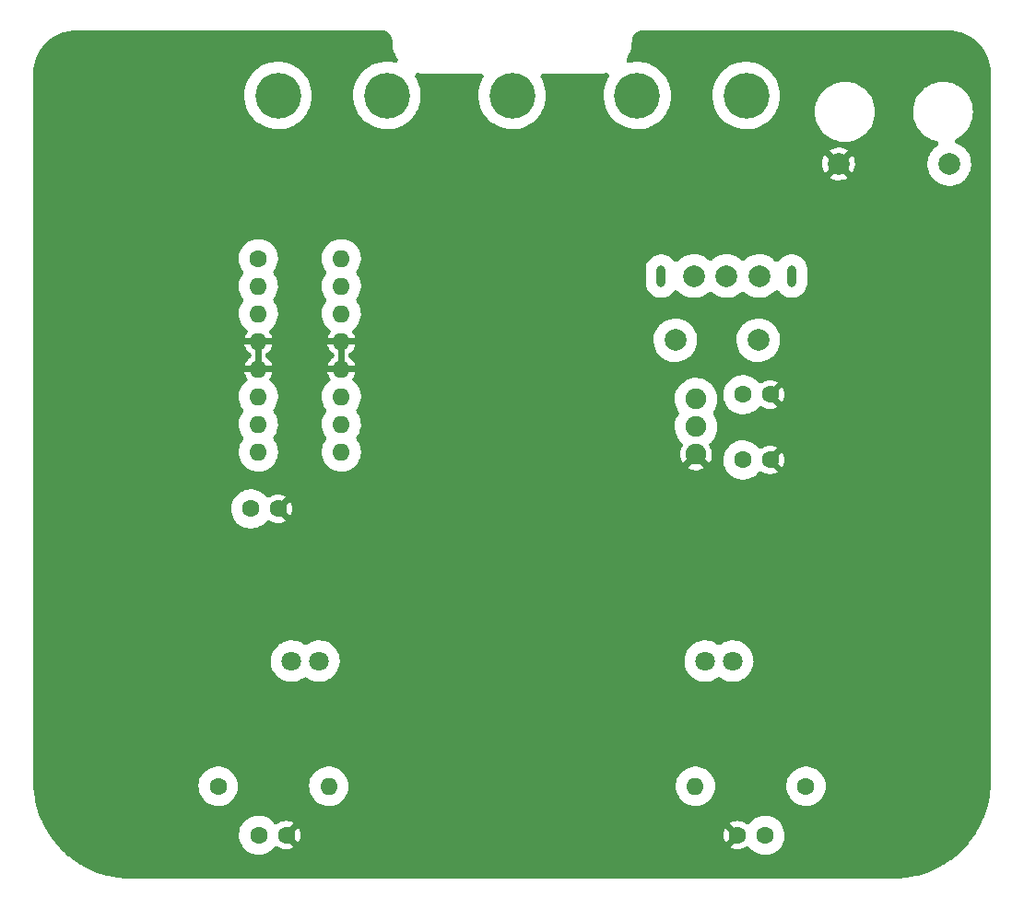
<source format=gbr>
G04 #@! TF.GenerationSoftware,KiCad,Pcbnew,(6.0.11)*
G04 #@! TF.CreationDate,2023-11-04T21:11:21-03:00*
G04 #@! TF.ProjectId,bitmovel,6269746d-6f76-4656-9c2e-6b696361645f,rev?*
G04 #@! TF.SameCoordinates,Original*
G04 #@! TF.FileFunction,Copper,L1,Top*
G04 #@! TF.FilePolarity,Positive*
%FSLAX46Y46*%
G04 Gerber Fmt 4.6, Leading zero omitted, Abs format (unit mm)*
G04 Created by KiCad (PCBNEW (6.0.11)) date 2023-11-04 21:11:21*
%MOMM*%
%LPD*%
G01*
G04 APERTURE LIST*
G04 Aperture macros list*
%AMRoundRect*
0 Rectangle with rounded corners*
0 $1 Rounding radius*
0 $2 $3 $4 $5 $6 $7 $8 $9 X,Y pos of 4 corners*
0 Add a 4 corners polygon primitive as box body*
4,1,4,$2,$3,$4,$5,$6,$7,$8,$9,$2,$3,0*
0 Add four circle primitives for the rounded corners*
1,1,$1+$1,$2,$3*
1,1,$1+$1,$4,$5*
1,1,$1+$1,$6,$7*
1,1,$1+$1,$8,$9*
0 Add four rect primitives between the rounded corners*
20,1,$1+$1,$2,$3,$4,$5,0*
20,1,$1+$1,$4,$5,$6,$7,0*
20,1,$1+$1,$6,$7,$8,$9,0*
20,1,$1+$1,$8,$9,$2,$3,0*%
G04 Aperture macros list end*
G04 #@! TA.AperFunction,ComponentPad*
%ADD10C,1.600000*%
G04 #@! TD*
G04 #@! TA.AperFunction,ComponentPad*
%ADD11O,1.600000X1.600000*%
G04 #@! TD*
G04 #@! TA.AperFunction,ComponentPad*
%ADD12C,4.200000*%
G04 #@! TD*
G04 #@! TA.AperFunction,ComponentPad*
%ADD13C,1.800000*%
G04 #@! TD*
G04 #@! TA.AperFunction,ComponentPad*
%ADD14C,1.905000*%
G04 #@! TD*
G04 #@! TA.AperFunction,WasherPad*
%ADD15RoundRect,0.400000X0.000000X0.600000X0.000000X0.600000X0.000000X-0.600000X0.000000X-0.600000X0*%
G04 #@! TD*
G04 #@! TA.AperFunction,ComponentPad*
%ADD16C,2.000000*%
G04 #@! TD*
G04 APERTURE END LIST*
D10*
G04 #@! TO.P,R1,1*
G04 #@! TO.N,/Vin*
X177000000Y-113500000D03*
D11*
G04 #@! TO.P,R1,2*
G04 #@! TO.N,Net-(D1-Pad2)*
X166840000Y-113500000D03*
G04 #@! TD*
D12*
G04 #@! TO.P,J2,*
G04 #@! TO.N,*
X128500000Y-50000000D03*
X150000000Y-50000000D03*
X171500000Y-50000000D03*
X161500000Y-50000000D03*
X138500000Y-50000000D03*
G04 #@! TD*
D10*
G04 #@! TO.P,U2,1*
G04 #@! TO.N,Net-(J2-Pad3)*
X126700000Y-65000000D03*
D11*
G04 #@! TO.P,U2,2*
G04 #@! TO.N,Net-(J2-Pad2)*
X126700000Y-67540000D03*
G04 #@! TO.P,U2,3*
G04 #@! TO.N,Net-(J3-Pad1)*
X126700000Y-70080000D03*
G04 #@! TO.P,U2,4*
G04 #@! TO.N,GND*
X126700000Y-72620000D03*
G04 #@! TO.P,U2,5*
X126700000Y-75160000D03*
G04 #@! TO.P,U2,6*
G04 #@! TO.N,Net-(J3-Pad2)*
X126700000Y-77700000D03*
G04 #@! TO.P,U2,7*
G04 #@! TO.N,Net-(J2-Pad1)*
X126700000Y-80240000D03*
G04 #@! TO.P,U2,8*
G04 #@! TO.N,/Vin*
X126700000Y-82780000D03*
G04 #@! TO.P,U2,9*
G04 #@! TO.N,Net-(J2-Pad6)*
X134320000Y-82780000D03*
G04 #@! TO.P,U2,10*
G04 #@! TO.N,Net-(J2-Pad5)*
X134320000Y-80240000D03*
G04 #@! TO.P,U2,11*
G04 #@! TO.N,Net-(J4-Pad1)*
X134320000Y-77700000D03*
G04 #@! TO.P,U2,12*
G04 #@! TO.N,GND*
X134320000Y-75160000D03*
G04 #@! TO.P,U2,13*
X134320000Y-72620000D03*
G04 #@! TO.P,U2,14*
G04 #@! TO.N,Net-(J4-Pad2)*
X134320000Y-70080000D03*
G04 #@! TO.P,U2,15*
G04 #@! TO.N,Net-(J2-Pad4)*
X134320000Y-67540000D03*
G04 #@! TO.P,U2,16*
G04 #@! TO.N,/Vin*
X134320000Y-65000000D03*
G04 #@! TD*
D13*
G04 #@! TO.P,REF\u002A\u002A,1*
G04 #@! TO.N,Net-(J3-Pad2)*
X129730000Y-102000000D03*
G04 #@! TO.P,REF\u002A\u002A,2*
G04 #@! TO.N,Net-(J3-Pad1)*
X132270000Y-102000000D03*
G04 #@! TD*
G04 #@! TO.P,REF\u002A\u002A,1*
G04 #@! TO.N,Net-(J4-Pad1)*
X167730000Y-102000000D03*
G04 #@! TO.P,REF\u002A\u002A,2*
G04 #@! TO.N,Net-(J4-Pad2)*
X170270000Y-102000000D03*
G04 #@! TD*
D14*
G04 #@! TO.P,U1,1*
G04 #@! TO.N,GND*
X166900000Y-83000000D03*
G04 #@! TO.P,U1,2*
G04 #@! TO.N,/3.3V*
X166900000Y-80460000D03*
G04 #@! TO.P,U1,3*
G04 #@! TO.N,/Vin*
X166900000Y-77920000D03*
G04 #@! TD*
D15*
G04 #@! TO.P,SW1,*
G04 #@! TO.N,*
X163700000Y-66600000D03*
X175700000Y-66600000D03*
D16*
G04 #@! TO.P,SW1,1*
G04 #@! TO.N,Net-(J1-Pad2)*
X172700000Y-66600000D03*
G04 #@! TO.P,SW1,2*
G04 #@! TO.N,Net-(D3-Pad2)*
X169700000Y-66600000D03*
G04 #@! TO.P,SW1,3*
G04 #@! TO.N,N/C*
X166700000Y-66600000D03*
G04 #@! TD*
G04 #@! TO.P,D3,1*
G04 #@! TO.N,/Vin*
X165000000Y-72500000D03*
G04 #@! TO.P,D3,2*
G04 #@! TO.N,Net-(D3-Pad2)*
X172620000Y-72500000D03*
G04 #@! TD*
D10*
G04 #@! TO.P,C1,1*
G04 #@! TO.N,/Vin*
X171200000Y-77500000D03*
G04 #@! TO.P,C1,2*
G04 #@! TO.N,GND*
X173700000Y-77500000D03*
G04 #@! TD*
G04 #@! TO.P,C2,1*
G04 #@! TO.N,/3.3V*
X171200000Y-83500000D03*
G04 #@! TO.P,C2,2*
G04 #@! TO.N,GND*
X173700000Y-83500000D03*
G04 #@! TD*
G04 #@! TO.P,C3,1*
G04 #@! TO.N,/Vin*
X126000000Y-88000000D03*
G04 #@! TO.P,C3,2*
G04 #@! TO.N,GND*
X128500000Y-88000000D03*
G04 #@! TD*
D16*
G04 #@! TO.P,J1,1*
G04 #@! TO.N,GND*
X180000000Y-56300000D03*
G04 #@! TO.P,J1,2*
G04 #@! TO.N,Net-(J1-Pad2)*
X190160000Y-56300000D03*
G04 #@! TD*
D10*
G04 #@! TO.P,D1,1*
G04 #@! TO.N,GND*
X170700000Y-118000000D03*
G04 #@! TO.P,D1,2*
G04 #@! TO.N,Net-(D1-Pad2)*
X173240000Y-118000000D03*
G04 #@! TD*
G04 #@! TO.P,R2,1*
G04 #@! TO.N,/Vin*
X123000000Y-113500000D03*
D11*
G04 #@! TO.P,R2,2*
G04 #@! TO.N,Net-(D2-Pad2)*
X133160000Y-113500000D03*
G04 #@! TD*
D10*
G04 #@! TO.P,D2,1*
G04 #@! TO.N,GND*
X129250000Y-118000000D03*
G04 #@! TO.P,D2,2*
G04 #@! TO.N,Net-(D2-Pad2)*
X126710000Y-118000000D03*
G04 #@! TD*
G04 #@! TA.AperFunction,Conductor*
G04 #@! TO.N,GND*
G36*
X137957513Y-44002052D02*
G01*
X137973855Y-44003885D01*
X137973856Y-44003885D01*
X137985963Y-44005243D01*
X137998101Y-44004224D01*
X137998108Y-44004224D01*
X137999525Y-44004105D01*
X138042048Y-44004179D01*
X138151866Y-44013787D01*
X138194599Y-44021322D01*
X138320810Y-44055140D01*
X138361594Y-44069984D01*
X138480004Y-44125200D01*
X138517591Y-44146900D01*
X138624620Y-44221843D01*
X138657869Y-44249742D01*
X138750258Y-44342131D01*
X138778157Y-44375380D01*
X138853099Y-44482408D01*
X138874800Y-44519996D01*
X138930015Y-44638404D01*
X138944861Y-44679192D01*
X138978678Y-44805401D01*
X138986214Y-44848144D01*
X138995166Y-44950463D01*
X138996047Y-44974463D01*
X138994757Y-44985963D01*
X138995777Y-44998105D01*
X138995750Y-45000000D01*
X138995382Y-45000000D01*
X138995553Y-45003265D01*
X138995553Y-45003266D01*
X138998131Y-45052452D01*
X139011842Y-45314068D01*
X139061040Y-45624695D01*
X139142438Y-45928478D01*
X139255145Y-46222088D01*
X139397924Y-46502309D01*
X139432281Y-46555214D01*
X139458331Y-46595328D01*
X139494333Y-46685567D01*
X139493061Y-46782713D01*
X139454709Y-46871979D01*
X139385117Y-46939772D01*
X139294878Y-46975774D01*
X139206264Y-46976160D01*
X138867690Y-46916460D01*
X138693247Y-46905485D01*
X138528617Y-46895127D01*
X138528609Y-46895127D01*
X138521680Y-46894691D01*
X138282502Y-46906389D01*
X138182347Y-46911287D01*
X138182344Y-46911287D01*
X138175399Y-46911627D01*
X138001627Y-46939772D01*
X137840040Y-46965943D01*
X137840034Y-46965944D01*
X137833164Y-46967057D01*
X137826456Y-46968930D01*
X137826451Y-46968931D01*
X137716663Y-46999585D01*
X137499241Y-47060290D01*
X137177791Y-47190164D01*
X136872822Y-47355060D01*
X136839762Y-47378037D01*
X136593848Y-47548951D01*
X136593840Y-47548957D01*
X136588134Y-47552923D01*
X136327276Y-47781287D01*
X136093499Y-48037306D01*
X136089417Y-48042924D01*
X136089414Y-48042928D01*
X135989803Y-48180031D01*
X135889717Y-48317787D01*
X135718470Y-48619237D01*
X135662639Y-48749500D01*
X135587237Y-48925428D01*
X135581893Y-48937896D01*
X135579883Y-48944552D01*
X135579882Y-48944556D01*
X135487590Y-49250240D01*
X135481687Y-49269793D01*
X135419102Y-49610792D01*
X135394918Y-49956642D01*
X135395209Y-49963587D01*
X135395209Y-49963594D01*
X135406364Y-50229733D01*
X135409436Y-50303032D01*
X135462475Y-50645646D01*
X135464294Y-50652342D01*
X135464296Y-50652350D01*
X135496880Y-50772278D01*
X135553375Y-50980212D01*
X135555937Y-50986682D01*
X135555939Y-50986689D01*
X135604400Y-51109088D01*
X135681001Y-51302560D01*
X135684265Y-51308699D01*
X135684267Y-51308703D01*
X135840499Y-51602532D01*
X135840505Y-51602542D01*
X135843765Y-51608673D01*
X136039636Y-51894736D01*
X136266173Y-52157182D01*
X136520553Y-52392740D01*
X136621769Y-52467363D01*
X136794001Y-52594344D01*
X136794009Y-52594349D01*
X136799605Y-52598475D01*
X137099852Y-52771823D01*
X137417550Y-52910621D01*
X137748739Y-53013142D01*
X138089293Y-53078106D01*
X138096218Y-53078639D01*
X138096219Y-53078639D01*
X138428036Y-53104171D01*
X138428040Y-53104171D01*
X138434966Y-53104704D01*
X138781449Y-53092604D01*
X139037661Y-53054770D01*
X139117551Y-53042973D01*
X139117553Y-53042973D01*
X139124424Y-53041958D01*
X139459617Y-52953397D01*
X139569899Y-52910621D01*
X139776360Y-52830540D01*
X139776367Y-52830537D01*
X139782848Y-52828023D01*
X139844483Y-52795801D01*
X140083928Y-52670623D01*
X140083936Y-52670618D01*
X140090090Y-52667401D01*
X140198402Y-52594344D01*
X140371739Y-52477427D01*
X140371744Y-52477423D01*
X140377513Y-52473532D01*
X140641534Y-52248832D01*
X140878863Y-51996103D01*
X141086541Y-51718494D01*
X141150973Y-51608673D01*
X141258455Y-51425473D01*
X141261980Y-51419465D01*
X141363803Y-51190769D01*
X141400170Y-51109088D01*
X141400173Y-51109080D01*
X141402994Y-51102744D01*
X141507824Y-50772278D01*
X141531571Y-50652350D01*
X141573812Y-50439013D01*
X141575164Y-50432186D01*
X141604174Y-50086707D01*
X141605385Y-50000000D01*
X141586032Y-49653846D01*
X141528214Y-49312007D01*
X141432652Y-48978742D01*
X141415817Y-48937896D01*
X141345592Y-48767518D01*
X141300537Y-48658207D01*
X141133516Y-48354397D01*
X141112076Y-48324004D01*
X141072637Y-48235214D01*
X141070178Y-48138090D01*
X141105075Y-48047419D01*
X141172013Y-47977003D01*
X141260803Y-47937564D01*
X141367305Y-47936911D01*
X141369012Y-47937274D01*
X141375305Y-47938960D01*
X141381746Y-47939980D01*
X141381750Y-47939981D01*
X141548859Y-47966448D01*
X141685932Y-47988158D01*
X141692434Y-47988499D01*
X141692436Y-47988499D01*
X141881425Y-47998404D01*
X141890447Y-47999225D01*
X141894880Y-48000151D01*
X141901539Y-48000500D01*
X141914901Y-48000500D01*
X141927932Y-48000841D01*
X141938427Y-48001391D01*
X141956603Y-48003013D01*
X141971929Y-48004949D01*
X141986307Y-48005150D01*
X141993044Y-48005244D01*
X141993046Y-48005244D01*
X142000000Y-48005341D01*
X142037255Y-48001688D01*
X142061554Y-48000500D01*
X147142137Y-48000500D01*
X147237425Y-48019454D01*
X147318207Y-48073430D01*
X147372183Y-48154212D01*
X147391137Y-48249500D01*
X147372183Y-48344788D01*
X147358642Y-48372490D01*
X147218470Y-48619237D01*
X147162639Y-48749500D01*
X147087237Y-48925428D01*
X147081893Y-48937896D01*
X147079883Y-48944552D01*
X147079882Y-48944556D01*
X146987590Y-49250240D01*
X146981687Y-49269793D01*
X146919102Y-49610792D01*
X146894918Y-49956642D01*
X146895209Y-49963587D01*
X146895209Y-49963594D01*
X146906364Y-50229733D01*
X146909436Y-50303032D01*
X146962475Y-50645646D01*
X146964294Y-50652342D01*
X146964296Y-50652350D01*
X146996880Y-50772278D01*
X147053375Y-50980212D01*
X147055937Y-50986682D01*
X147055939Y-50986689D01*
X147104400Y-51109088D01*
X147181001Y-51302560D01*
X147184265Y-51308699D01*
X147184267Y-51308703D01*
X147340499Y-51602532D01*
X147340505Y-51602542D01*
X147343765Y-51608673D01*
X147539636Y-51894736D01*
X147766173Y-52157182D01*
X148020553Y-52392740D01*
X148121769Y-52467363D01*
X148294001Y-52594344D01*
X148294009Y-52594349D01*
X148299605Y-52598475D01*
X148599852Y-52771823D01*
X148917550Y-52910621D01*
X149248739Y-53013142D01*
X149589293Y-53078106D01*
X149596218Y-53078639D01*
X149596219Y-53078639D01*
X149928036Y-53104171D01*
X149928040Y-53104171D01*
X149934966Y-53104704D01*
X150281449Y-53092604D01*
X150537661Y-53054770D01*
X150617551Y-53042973D01*
X150617553Y-53042973D01*
X150624424Y-53041958D01*
X150959617Y-52953397D01*
X151069899Y-52910621D01*
X151276360Y-52830540D01*
X151276367Y-52830537D01*
X151282848Y-52828023D01*
X151344483Y-52795801D01*
X151583928Y-52670623D01*
X151583936Y-52670618D01*
X151590090Y-52667401D01*
X151698402Y-52594344D01*
X151871739Y-52477427D01*
X151871744Y-52477423D01*
X151877513Y-52473532D01*
X152141534Y-52248832D01*
X152378863Y-51996103D01*
X152586541Y-51718494D01*
X152650973Y-51608673D01*
X152758455Y-51425473D01*
X152761980Y-51419465D01*
X152863803Y-51190769D01*
X152900170Y-51109088D01*
X152900173Y-51109080D01*
X152902994Y-51102744D01*
X153007824Y-50772278D01*
X153031571Y-50652350D01*
X153073812Y-50439013D01*
X153075164Y-50432186D01*
X153104174Y-50086707D01*
X153105385Y-50000000D01*
X153086032Y-49653846D01*
X153028214Y-49312007D01*
X152932652Y-48978742D01*
X152915817Y-48937896D01*
X152845592Y-48767518D01*
X152800537Y-48658207D01*
X152641795Y-48369456D01*
X152612499Y-48276824D01*
X152620882Y-48180031D01*
X152665668Y-48093815D01*
X152740038Y-48031300D01*
X152832671Y-48002004D01*
X152859995Y-48000500D01*
X157921042Y-48000500D01*
X157952250Y-48002463D01*
X157971929Y-48004949D01*
X157985964Y-48005145D01*
X157993043Y-48005244D01*
X157993046Y-48005244D01*
X158000000Y-48005341D01*
X158010222Y-48004339D01*
X158021462Y-48003493D01*
X158253087Y-47991354D01*
X158307564Y-47988499D01*
X158307566Y-47988499D01*
X158314068Y-47988158D01*
X158624695Y-47938960D01*
X158630497Y-47937405D01*
X158727510Y-47936138D01*
X158817747Y-47972142D01*
X158887337Y-48039938D01*
X158925685Y-48129205D01*
X158926954Y-48226352D01*
X158891792Y-48314932D01*
X158889717Y-48317787D01*
X158886285Y-48323828D01*
X158886282Y-48323833D01*
X158860364Y-48369457D01*
X158718470Y-48619237D01*
X158662639Y-48749500D01*
X158587237Y-48925428D01*
X158581893Y-48937896D01*
X158579883Y-48944552D01*
X158579882Y-48944556D01*
X158487590Y-49250240D01*
X158481687Y-49269793D01*
X158419102Y-49610792D01*
X158394918Y-49956642D01*
X158395209Y-49963587D01*
X158395209Y-49963594D01*
X158406364Y-50229733D01*
X158409436Y-50303032D01*
X158462475Y-50645646D01*
X158464294Y-50652342D01*
X158464296Y-50652350D01*
X158496880Y-50772278D01*
X158553375Y-50980212D01*
X158555937Y-50986682D01*
X158555939Y-50986689D01*
X158604400Y-51109088D01*
X158681001Y-51302560D01*
X158684265Y-51308699D01*
X158684267Y-51308703D01*
X158840499Y-51602532D01*
X158840505Y-51602542D01*
X158843765Y-51608673D01*
X159039636Y-51894736D01*
X159266173Y-52157182D01*
X159520553Y-52392740D01*
X159621769Y-52467363D01*
X159794001Y-52594344D01*
X159794009Y-52594349D01*
X159799605Y-52598475D01*
X160099852Y-52771823D01*
X160417550Y-52910621D01*
X160748739Y-53013142D01*
X161089293Y-53078106D01*
X161096218Y-53078639D01*
X161096219Y-53078639D01*
X161428036Y-53104171D01*
X161428040Y-53104171D01*
X161434966Y-53104704D01*
X161781449Y-53092604D01*
X162037661Y-53054770D01*
X162117551Y-53042973D01*
X162117553Y-53042973D01*
X162124424Y-53041958D01*
X162459617Y-52953397D01*
X162569899Y-52910621D01*
X162776360Y-52830540D01*
X162776367Y-52830537D01*
X162782848Y-52828023D01*
X162844483Y-52795801D01*
X163083928Y-52670623D01*
X163083936Y-52670618D01*
X163090090Y-52667401D01*
X163198402Y-52594344D01*
X163371739Y-52477427D01*
X163371744Y-52477423D01*
X163377513Y-52473532D01*
X163641534Y-52248832D01*
X163878863Y-51996103D01*
X164086541Y-51718494D01*
X164150973Y-51608673D01*
X164258455Y-51425473D01*
X164261980Y-51419465D01*
X164363803Y-51190769D01*
X164400170Y-51109088D01*
X164400173Y-51109080D01*
X164402994Y-51102744D01*
X164507824Y-50772278D01*
X164531571Y-50652350D01*
X164573812Y-50439013D01*
X164575164Y-50432186D01*
X164604174Y-50086707D01*
X164605385Y-50000000D01*
X164602961Y-49956642D01*
X168394918Y-49956642D01*
X168395209Y-49963587D01*
X168395209Y-49963594D01*
X168406364Y-50229733D01*
X168409436Y-50303032D01*
X168462475Y-50645646D01*
X168464294Y-50652342D01*
X168464296Y-50652350D01*
X168496880Y-50772278D01*
X168553375Y-50980212D01*
X168555937Y-50986682D01*
X168555939Y-50986689D01*
X168604400Y-51109088D01*
X168681001Y-51302560D01*
X168684265Y-51308699D01*
X168684267Y-51308703D01*
X168840499Y-51602532D01*
X168840505Y-51602542D01*
X168843765Y-51608673D01*
X169039636Y-51894736D01*
X169266173Y-52157182D01*
X169520553Y-52392740D01*
X169621769Y-52467363D01*
X169794001Y-52594344D01*
X169794009Y-52594349D01*
X169799605Y-52598475D01*
X170099852Y-52771823D01*
X170417550Y-52910621D01*
X170748739Y-53013142D01*
X171089293Y-53078106D01*
X171096218Y-53078639D01*
X171096219Y-53078639D01*
X171428036Y-53104171D01*
X171428040Y-53104171D01*
X171434966Y-53104704D01*
X171781449Y-53092604D01*
X172037661Y-53054770D01*
X172117551Y-53042973D01*
X172117553Y-53042973D01*
X172124424Y-53041958D01*
X172459617Y-52953397D01*
X172569899Y-52910621D01*
X172776360Y-52830540D01*
X172776367Y-52830537D01*
X172782848Y-52828023D01*
X172844483Y-52795801D01*
X173083928Y-52670623D01*
X173083936Y-52670618D01*
X173090090Y-52667401D01*
X173198402Y-52594344D01*
X173371739Y-52477427D01*
X173371744Y-52477423D01*
X173377513Y-52473532D01*
X173641534Y-52248832D01*
X173878863Y-51996103D01*
X174086541Y-51718494D01*
X174150973Y-51608673D01*
X174223195Y-51485572D01*
X177824511Y-51485572D01*
X177824923Y-51493059D01*
X177824923Y-51493063D01*
X177837330Y-51718494D01*
X177842735Y-51816712D01*
X177844042Y-51824088D01*
X177844043Y-51824095D01*
X177899299Y-52135881D01*
X177900608Y-52143265D01*
X177902793Y-52150435D01*
X177902794Y-52150438D01*
X177931234Y-52243751D01*
X177997294Y-52460500D01*
X178000327Y-52467362D01*
X178000328Y-52467363D01*
X178090189Y-52670623D01*
X178131391Y-52763821D01*
X178300957Y-53048836D01*
X178305535Y-53054769D01*
X178305535Y-53054770D01*
X178343872Y-53104461D01*
X178503536Y-53311415D01*
X178736193Y-53547756D01*
X178995558Y-53754434D01*
X179001940Y-53758368D01*
X179001943Y-53758370D01*
X179271488Y-53924519D01*
X179271493Y-53924521D01*
X179277874Y-53928455D01*
X179459413Y-54012146D01*
X179572250Y-54064165D01*
X179572254Y-54064167D01*
X179579051Y-54067300D01*
X179743823Y-54120361D01*
X179887594Y-54166660D01*
X179887599Y-54166661D01*
X179894728Y-54168957D01*
X179902079Y-54170379D01*
X179902086Y-54170381D01*
X180212981Y-54230531D01*
X180212985Y-54230531D01*
X180220332Y-54231953D01*
X180332931Y-54239925D01*
X180477897Y-54250190D01*
X180477904Y-54250190D01*
X180482279Y-54250500D01*
X180663386Y-54250500D01*
X180911040Y-54235570D01*
X180938631Y-54230531D01*
X181229907Y-54177335D01*
X181229916Y-54177333D01*
X181237285Y-54175987D01*
X181244441Y-54173765D01*
X181244445Y-54173764D01*
X181500758Y-54094176D01*
X181554009Y-54077641D01*
X181856625Y-53941958D01*
X181889216Y-53922337D01*
X182134334Y-53774764D01*
X182134339Y-53774760D01*
X182140748Y-53770902D01*
X182146647Y-53766302D01*
X182146655Y-53766296D01*
X182396354Y-53571559D01*
X182402263Y-53566951D01*
X182637382Y-53333060D01*
X182654446Y-53311415D01*
X182838057Y-53078506D01*
X182838061Y-53078500D01*
X182842699Y-53072617D01*
X183015240Y-52789393D01*
X183100462Y-52601958D01*
X183149401Y-52494323D01*
X183149403Y-52494317D01*
X183152506Y-52487493D01*
X183155690Y-52477427D01*
X183250247Y-52178440D01*
X183252509Y-52171288D01*
X183313799Y-51845359D01*
X183335489Y-51514428D01*
X183333901Y-51485572D01*
X186824511Y-51485572D01*
X186824923Y-51493059D01*
X186824923Y-51493063D01*
X186837330Y-51718494D01*
X186842735Y-51816712D01*
X186844042Y-51824088D01*
X186844043Y-51824095D01*
X186899299Y-52135881D01*
X186900608Y-52143265D01*
X186902793Y-52150435D01*
X186902794Y-52150438D01*
X186931234Y-52243751D01*
X186997294Y-52460500D01*
X187000327Y-52467362D01*
X187000328Y-52467363D01*
X187090189Y-52670623D01*
X187131391Y-52763821D01*
X187300957Y-53048836D01*
X187305535Y-53054769D01*
X187305535Y-53054770D01*
X187343872Y-53104461D01*
X187503536Y-53311415D01*
X187736193Y-53547756D01*
X187995558Y-53754434D01*
X188001940Y-53758368D01*
X188001943Y-53758370D01*
X188271488Y-53924519D01*
X188271493Y-53924521D01*
X188277874Y-53928455D01*
X188459413Y-54012146D01*
X188572250Y-54064165D01*
X188572254Y-54064167D01*
X188579051Y-54067300D01*
X188743823Y-54120361D01*
X188887594Y-54166660D01*
X188887599Y-54166661D01*
X188894728Y-54168957D01*
X188902085Y-54170380D01*
X188902099Y-54170384D01*
X188960344Y-54181653D01*
X189050297Y-54218362D01*
X189119354Y-54286700D01*
X189157003Y-54376264D01*
X189157511Y-54473418D01*
X189120802Y-54563371D01*
X189057817Y-54628707D01*
X188888740Y-54749531D01*
X188888735Y-54749535D01*
X188881576Y-54754651D01*
X188832556Y-54801414D01*
X188682966Y-54944114D01*
X188682961Y-54944119D01*
X188676588Y-54950199D01*
X188671132Y-54957120D01*
X188671131Y-54957121D01*
X188639331Y-54997460D01*
X188501199Y-55172680D01*
X188358907Y-55417654D01*
X188355604Y-55425810D01*
X188355601Y-55425815D01*
X188298895Y-55565816D01*
X188252552Y-55680232D01*
X188230001Y-55771016D01*
X188205418Y-55869982D01*
X188184255Y-55955177D01*
X188155380Y-56237002D01*
X188166502Y-56520084D01*
X188168083Y-56528742D01*
X188168084Y-56528749D01*
X188198992Y-56697985D01*
X188217400Y-56798775D01*
X188220187Y-56807128D01*
X188220187Y-56807129D01*
X188280311Y-56987342D01*
X188307058Y-57067514D01*
X188310989Y-57075381D01*
X188310991Y-57075386D01*
X188429755Y-57313071D01*
X188429759Y-57313077D01*
X188433687Y-57320939D01*
X188438690Y-57328177D01*
X188589753Y-57546748D01*
X188589758Y-57546754D01*
X188594761Y-57553993D01*
X188787065Y-57762027D01*
X188801215Y-57773547D01*
X188999934Y-57935329D01*
X188999938Y-57935332D01*
X189006764Y-57940889D01*
X189014308Y-57945431D01*
X189014311Y-57945433D01*
X189126258Y-58012831D01*
X189249472Y-58087012D01*
X189424105Y-58160959D01*
X189502233Y-58194042D01*
X189502236Y-58194043D01*
X189510348Y-58197478D01*
X189784186Y-58270085D01*
X190065523Y-58303384D01*
X190348745Y-58296709D01*
X190628200Y-58250195D01*
X190898314Y-58164769D01*
X191153697Y-58042136D01*
X191389253Y-57884743D01*
X191480274Y-57803218D01*
X191593721Y-57701606D01*
X191593724Y-57701603D01*
X191600281Y-57695730D01*
X191782573Y-57478868D01*
X191885973Y-57313071D01*
X191927831Y-57245955D01*
X191927835Y-57245948D01*
X191932489Y-57238485D01*
X192047040Y-56979376D01*
X192079795Y-56863237D01*
X192121548Y-56715190D01*
X192123939Y-56706712D01*
X192161652Y-56425933D01*
X192165610Y-56300000D01*
X192165143Y-56293394D01*
X192146223Y-56026198D01*
X192145601Y-56017407D01*
X192085975Y-55740453D01*
X191987920Y-55474663D01*
X191853393Y-55225340D01*
X191809388Y-55165761D01*
X191690306Y-55004538D01*
X191690305Y-55004537D01*
X191685078Y-54997460D01*
X191486334Y-54795570D01*
X191432718Y-54754651D01*
X191268127Y-54629039D01*
X191261126Y-54623696D01*
X191253447Y-54619395D01*
X191253443Y-54619393D01*
X191021634Y-54489575D01*
X191013947Y-54485270D01*
X190835527Y-54416244D01*
X190753498Y-54364187D01*
X190697633Y-54284700D01*
X190676439Y-54189885D01*
X190693143Y-54094176D01*
X190745201Y-54012146D01*
X190823498Y-53956811D01*
X190856625Y-53941958D01*
X190889216Y-53922337D01*
X191134334Y-53774764D01*
X191134339Y-53774760D01*
X191140748Y-53770902D01*
X191146647Y-53766302D01*
X191146655Y-53766296D01*
X191396354Y-53571559D01*
X191402263Y-53566951D01*
X191637382Y-53333060D01*
X191654446Y-53311415D01*
X191838057Y-53078506D01*
X191838061Y-53078500D01*
X191842699Y-53072617D01*
X192015240Y-52789393D01*
X192100462Y-52601958D01*
X192149401Y-52494323D01*
X192149403Y-52494317D01*
X192152506Y-52487493D01*
X192155690Y-52477427D01*
X192250247Y-52178440D01*
X192252509Y-52171288D01*
X192313799Y-51845359D01*
X192335489Y-51514428D01*
X192333489Y-51478085D01*
X192317677Y-51190769D01*
X192317676Y-51190764D01*
X192317265Y-51183288D01*
X192313516Y-51162130D01*
X192260701Y-50864119D01*
X192260700Y-50864113D01*
X192259392Y-50856735D01*
X192248672Y-50821560D01*
X192164894Y-50546679D01*
X192162706Y-50539500D01*
X192115263Y-50432186D01*
X192031641Y-50243037D01*
X192031640Y-50243036D01*
X192028609Y-50236179D01*
X191859043Y-49951164D01*
X191656464Y-49688585D01*
X191423807Y-49452244D01*
X191164442Y-49245566D01*
X191158057Y-49241630D01*
X190888512Y-49075481D01*
X190888507Y-49075479D01*
X190882126Y-49071545D01*
X190606667Y-48944556D01*
X190587750Y-48935835D01*
X190587746Y-48935833D01*
X190580949Y-48932700D01*
X190416177Y-48879639D01*
X190272406Y-48833340D01*
X190272401Y-48833339D01*
X190265272Y-48831043D01*
X190257921Y-48829621D01*
X190257914Y-48829619D01*
X189947019Y-48769469D01*
X189947015Y-48769469D01*
X189939668Y-48768047D01*
X189827069Y-48760075D01*
X189682103Y-48749810D01*
X189682096Y-48749810D01*
X189677721Y-48749500D01*
X189496614Y-48749500D01*
X189248960Y-48764430D01*
X189241579Y-48765778D01*
X188930093Y-48822665D01*
X188930084Y-48822667D01*
X188922715Y-48824013D01*
X188915559Y-48826235D01*
X188915555Y-48826236D01*
X188892677Y-48833340D01*
X188605991Y-48922359D01*
X188599147Y-48925428D01*
X188599146Y-48925428D01*
X188556485Y-48944556D01*
X188303375Y-49058042D01*
X188296956Y-49061906D01*
X188296957Y-49061906D01*
X188025666Y-49225236D01*
X188025661Y-49225240D01*
X188019252Y-49229098D01*
X188013353Y-49233698D01*
X188013345Y-49233704D01*
X187921519Y-49305318D01*
X187757737Y-49433049D01*
X187522618Y-49666940D01*
X187517986Y-49672815D01*
X187517983Y-49672819D01*
X187321943Y-49921494D01*
X187321939Y-49921500D01*
X187317301Y-49927383D01*
X187144760Y-50210607D01*
X187141655Y-50217436D01*
X187141654Y-50217438D01*
X187040910Y-50439013D01*
X187007494Y-50512507D01*
X186907491Y-50828712D01*
X186846201Y-51154641D01*
X186824511Y-51485572D01*
X183333901Y-51485572D01*
X183333489Y-51478085D01*
X183317677Y-51190769D01*
X183317676Y-51190764D01*
X183317265Y-51183288D01*
X183313516Y-51162130D01*
X183260701Y-50864119D01*
X183260700Y-50864113D01*
X183259392Y-50856735D01*
X183248672Y-50821560D01*
X183164894Y-50546679D01*
X183162706Y-50539500D01*
X183115263Y-50432186D01*
X183031641Y-50243037D01*
X183031640Y-50243036D01*
X183028609Y-50236179D01*
X182859043Y-49951164D01*
X182656464Y-49688585D01*
X182423807Y-49452244D01*
X182164442Y-49245566D01*
X182158057Y-49241630D01*
X181888512Y-49075481D01*
X181888507Y-49075479D01*
X181882126Y-49071545D01*
X181606667Y-48944556D01*
X181587750Y-48935835D01*
X181587746Y-48935833D01*
X181580949Y-48932700D01*
X181416177Y-48879639D01*
X181272406Y-48833340D01*
X181272401Y-48833339D01*
X181265272Y-48831043D01*
X181257921Y-48829621D01*
X181257914Y-48829619D01*
X180947019Y-48769469D01*
X180947015Y-48769469D01*
X180939668Y-48768047D01*
X180827069Y-48760075D01*
X180682103Y-48749810D01*
X180682096Y-48749810D01*
X180677721Y-48749500D01*
X180496614Y-48749500D01*
X180248960Y-48764430D01*
X180241579Y-48765778D01*
X179930093Y-48822665D01*
X179930084Y-48822667D01*
X179922715Y-48824013D01*
X179915559Y-48826235D01*
X179915555Y-48826236D01*
X179892677Y-48833340D01*
X179605991Y-48922359D01*
X179599147Y-48925428D01*
X179599146Y-48925428D01*
X179556485Y-48944556D01*
X179303375Y-49058042D01*
X179296956Y-49061906D01*
X179296957Y-49061906D01*
X179025666Y-49225236D01*
X179025661Y-49225240D01*
X179019252Y-49229098D01*
X179013353Y-49233698D01*
X179013345Y-49233704D01*
X178921519Y-49305318D01*
X178757737Y-49433049D01*
X178522618Y-49666940D01*
X178517986Y-49672815D01*
X178517983Y-49672819D01*
X178321943Y-49921494D01*
X178321939Y-49921500D01*
X178317301Y-49927383D01*
X178144760Y-50210607D01*
X178141655Y-50217436D01*
X178141654Y-50217438D01*
X178040910Y-50439013D01*
X178007494Y-50512507D01*
X177907491Y-50828712D01*
X177846201Y-51154641D01*
X177824511Y-51485572D01*
X174223195Y-51485572D01*
X174258455Y-51425473D01*
X174261980Y-51419465D01*
X174363803Y-51190769D01*
X174400170Y-51109088D01*
X174400173Y-51109080D01*
X174402994Y-51102744D01*
X174507824Y-50772278D01*
X174531571Y-50652350D01*
X174573812Y-50439013D01*
X174575164Y-50432186D01*
X174604174Y-50086707D01*
X174605385Y-50000000D01*
X174586032Y-49653846D01*
X174528214Y-49312007D01*
X174432652Y-48978742D01*
X174415817Y-48937896D01*
X174345592Y-48767518D01*
X174300537Y-48658207D01*
X174133516Y-48354397D01*
X174129513Y-48348722D01*
X174129509Y-48348716D01*
X173937676Y-48076776D01*
X173933670Y-48071097D01*
X173908661Y-48042928D01*
X173708104Y-47817036D01*
X173703490Y-47811839D01*
X173698319Y-47807183D01*
X173451016Y-47584511D01*
X173451015Y-47584510D01*
X173445846Y-47579856D01*
X173440200Y-47575814D01*
X173440194Y-47575809D01*
X173169599Y-47382083D01*
X173163948Y-47378037D01*
X172861311Y-47208898D01*
X172541706Y-47074549D01*
X172209117Y-46976663D01*
X172202271Y-46975456D01*
X172202263Y-46975454D01*
X171999898Y-46939772D01*
X171867690Y-46916460D01*
X171693247Y-46905485D01*
X171528617Y-46895127D01*
X171528609Y-46895127D01*
X171521680Y-46894691D01*
X171282502Y-46906389D01*
X171182347Y-46911287D01*
X171182344Y-46911287D01*
X171175399Y-46911627D01*
X171001627Y-46939772D01*
X170840040Y-46965943D01*
X170840034Y-46965944D01*
X170833164Y-46967057D01*
X170826456Y-46968930D01*
X170826451Y-46968931D01*
X170716663Y-46999585D01*
X170499241Y-47060290D01*
X170177791Y-47190164D01*
X169872822Y-47355060D01*
X169839762Y-47378037D01*
X169593848Y-47548951D01*
X169593840Y-47548957D01*
X169588134Y-47552923D01*
X169327276Y-47781287D01*
X169093499Y-48037306D01*
X169089417Y-48042924D01*
X169089414Y-48042928D01*
X168989803Y-48180031D01*
X168889717Y-48317787D01*
X168718470Y-48619237D01*
X168662639Y-48749500D01*
X168587237Y-48925428D01*
X168581893Y-48937896D01*
X168579883Y-48944552D01*
X168579882Y-48944556D01*
X168487590Y-49250240D01*
X168481687Y-49269793D01*
X168419102Y-49610792D01*
X168394918Y-49956642D01*
X164602961Y-49956642D01*
X164586032Y-49653846D01*
X164528214Y-49312007D01*
X164432652Y-48978742D01*
X164415817Y-48937896D01*
X164345592Y-48767518D01*
X164300537Y-48658207D01*
X164133516Y-48354397D01*
X164129513Y-48348722D01*
X164129509Y-48348716D01*
X163937676Y-48076776D01*
X163933670Y-48071097D01*
X163908661Y-48042928D01*
X163708104Y-47817036D01*
X163703490Y-47811839D01*
X163698319Y-47807183D01*
X163451016Y-47584511D01*
X163451015Y-47584510D01*
X163445846Y-47579856D01*
X163440200Y-47575814D01*
X163440194Y-47575809D01*
X163169599Y-47382083D01*
X163163948Y-47378037D01*
X162861311Y-47208898D01*
X162541706Y-47074549D01*
X162209117Y-46976663D01*
X162202271Y-46975456D01*
X162202263Y-46975454D01*
X161999898Y-46939772D01*
X161867690Y-46916460D01*
X161693247Y-46905485D01*
X161528617Y-46895127D01*
X161528609Y-46895127D01*
X161521680Y-46894691D01*
X161282502Y-46906389D01*
X161182347Y-46911287D01*
X161182344Y-46911287D01*
X161175399Y-46911627D01*
X161001627Y-46939772D01*
X160840040Y-46965943D01*
X160840034Y-46965944D01*
X160833164Y-46967057D01*
X160816920Y-46971592D01*
X160720050Y-46978961D01*
X160627729Y-46948696D01*
X160554017Y-46885406D01*
X160510136Y-46798725D01*
X160502767Y-46701850D01*
X160533032Y-46609529D01*
X160541136Y-46596148D01*
X160598525Y-46507778D01*
X160598530Y-46507769D01*
X160602076Y-46502309D01*
X160744855Y-46222088D01*
X160857562Y-45928478D01*
X160938960Y-45624695D01*
X160988158Y-45314068D01*
X161001391Y-45061576D01*
X161003014Y-45043399D01*
X161003766Y-45037449D01*
X161003772Y-45037392D01*
X161004077Y-45034977D01*
X161004077Y-45034976D01*
X161004949Y-45028071D01*
X161005341Y-45000000D01*
X161004662Y-44993075D01*
X161004371Y-44986131D01*
X161004982Y-44986105D01*
X161004796Y-44950900D01*
X161013786Y-44848141D01*
X161021322Y-44805401D01*
X161055139Y-44679192D01*
X161069985Y-44638404D01*
X161125200Y-44519996D01*
X161146901Y-44482408D01*
X161221843Y-44375380D01*
X161249742Y-44342131D01*
X161342131Y-44249742D01*
X161375380Y-44221843D01*
X161482409Y-44146900D01*
X161519996Y-44125200D01*
X161638406Y-44069984D01*
X161679190Y-44055140D01*
X161805401Y-44021322D01*
X161848143Y-44013786D01*
X161950460Y-44004834D01*
X161974465Y-44003953D01*
X161985963Y-44005243D01*
X161998098Y-44004224D01*
X161998100Y-44004224D01*
X162032051Y-44001373D01*
X162052886Y-44000500D01*
X189929758Y-44000500D01*
X189957513Y-44002052D01*
X189973855Y-44003885D01*
X189973856Y-44003885D01*
X189985963Y-44005243D01*
X190011239Y-44003121D01*
X190043557Y-44002514D01*
X190357530Y-44017029D01*
X190380422Y-44019151D01*
X190723510Y-44067009D01*
X190746103Y-44071233D01*
X191083317Y-44150544D01*
X191105423Y-44156834D01*
X191299384Y-44221843D01*
X191433869Y-44266918D01*
X191455315Y-44275226D01*
X191772202Y-44415145D01*
X191792788Y-44425396D01*
X192095406Y-44593955D01*
X192114958Y-44606061D01*
X192400744Y-44801828D01*
X192419099Y-44815689D01*
X192685585Y-45036976D01*
X192702582Y-45052470D01*
X192947530Y-45297418D01*
X192963024Y-45314415D01*
X193184311Y-45580901D01*
X193198172Y-45599256D01*
X193393939Y-45885042D01*
X193406045Y-45904594D01*
X193574604Y-46207212D01*
X193584857Y-46227802D01*
X193724774Y-46544685D01*
X193733082Y-46566131D01*
X193840093Y-46885406D01*
X193843164Y-46894570D01*
X193849456Y-46916683D01*
X193918984Y-47212297D01*
X193928766Y-47253889D01*
X193932991Y-47276490D01*
X193975958Y-47584511D01*
X193980849Y-47619573D01*
X193982971Y-47642470D01*
X193989388Y-47781287D01*
X193996746Y-47940439D01*
X193996050Y-47961684D01*
X193996285Y-47961687D01*
X193996115Y-47973857D01*
X193994757Y-47985963D01*
X193995776Y-47998098D01*
X193995776Y-47998100D01*
X193998627Y-48032051D01*
X193999500Y-48052886D01*
X193999500Y-112929758D01*
X193997948Y-112957513D01*
X193994757Y-112985963D01*
X193995776Y-112998099D01*
X193995776Y-112998101D01*
X193997328Y-113016583D01*
X193998078Y-113045238D01*
X193985273Y-113452736D01*
X193981988Y-113557258D01*
X193981006Y-113572867D01*
X193929520Y-114117534D01*
X193929272Y-114120153D01*
X193927312Y-114135664D01*
X193857121Y-114578837D01*
X193841319Y-114678606D01*
X193838390Y-114693960D01*
X193789871Y-114911025D01*
X193718471Y-115230447D01*
X193714581Y-115245598D01*
X193561215Y-115773486D01*
X193556381Y-115788362D01*
X193370176Y-116305568D01*
X193364421Y-116320104D01*
X193165326Y-116780189D01*
X193146101Y-116824615D01*
X193139440Y-116838769D01*
X192889870Y-117328576D01*
X192882335Y-117342283D01*
X192810649Y-117463498D01*
X192620975Y-117784220D01*
X192602513Y-117815437D01*
X192594136Y-117828637D01*
X192477678Y-118000000D01*
X192285149Y-118283297D01*
X192275955Y-118295952D01*
X191939031Y-118730313D01*
X191929063Y-118742362D01*
X191660108Y-119047432D01*
X191565529Y-119154711D01*
X191554821Y-119166114D01*
X191166114Y-119554821D01*
X191154711Y-119565529D01*
X190998180Y-119703530D01*
X190742366Y-119929060D01*
X190730313Y-119939031D01*
X190295952Y-120275955D01*
X190283297Y-120285149D01*
X189828637Y-120594136D01*
X189815445Y-120602508D01*
X189593029Y-120734045D01*
X189342283Y-120882335D01*
X189328576Y-120889870D01*
X188838769Y-121139440D01*
X188824624Y-121146097D01*
X188320104Y-121364421D01*
X188305568Y-121370176D01*
X187788362Y-121556381D01*
X187773486Y-121561215D01*
X187245598Y-121714581D01*
X187230447Y-121718471D01*
X187003103Y-121769289D01*
X186693960Y-121838390D01*
X186678618Y-121841317D01*
X186135664Y-121927312D01*
X186120162Y-121929271D01*
X185572867Y-121981006D01*
X185557261Y-121981988D01*
X185446158Y-121985479D01*
X185061837Y-121997556D01*
X185026270Y-121996128D01*
X185026147Y-121996114D01*
X185026135Y-121996114D01*
X185014037Y-121994757D01*
X184983419Y-121997328D01*
X184967949Y-121998627D01*
X184947114Y-121999500D01*
X115070242Y-121999500D01*
X115042487Y-121997948D01*
X115026145Y-121996115D01*
X115026144Y-121996115D01*
X115014037Y-121994757D01*
X115001901Y-121995776D01*
X115001899Y-121995776D01*
X114983417Y-121997328D01*
X114954762Y-121998078D01*
X114849080Y-121994757D01*
X114442739Y-121981988D01*
X114427133Y-121981006D01*
X113879838Y-121929271D01*
X113864336Y-121927312D01*
X113321382Y-121841317D01*
X113306040Y-121838390D01*
X112996897Y-121769289D01*
X112769553Y-121718471D01*
X112754402Y-121714581D01*
X112226514Y-121561215D01*
X112211638Y-121556381D01*
X111694432Y-121370176D01*
X111679896Y-121364421D01*
X111175376Y-121146097D01*
X111161231Y-121139440D01*
X110671424Y-120889870D01*
X110657717Y-120882335D01*
X110406971Y-120734045D01*
X110184555Y-120602508D01*
X110171363Y-120594136D01*
X109716703Y-120285149D01*
X109704048Y-120275955D01*
X109269687Y-119939031D01*
X109257634Y-119929060D01*
X109001821Y-119703530D01*
X108845289Y-119565529D01*
X108833886Y-119554821D01*
X108445179Y-119166114D01*
X108434471Y-119154711D01*
X108339892Y-119047432D01*
X108070937Y-118742362D01*
X108060969Y-118730313D01*
X107724045Y-118295952D01*
X107714851Y-118283297D01*
X107522322Y-118000000D01*
X107490201Y-117952736D01*
X124905070Y-117952736D01*
X124917909Y-118220041D01*
X124970118Y-118482512D01*
X125060549Y-118734383D01*
X125187215Y-118970121D01*
X125347335Y-119184547D01*
X125353901Y-119191056D01*
X125353902Y-119191057D01*
X125444493Y-119280860D01*
X125537390Y-119372950D01*
X125753205Y-119531192D01*
X125761370Y-119535488D01*
X125761375Y-119535491D01*
X125981856Y-119651492D01*
X125981859Y-119651493D01*
X125990039Y-119655797D01*
X125998768Y-119658845D01*
X125998772Y-119658847D01*
X126108298Y-119697094D01*
X126242690Y-119744026D01*
X126386285Y-119771289D01*
X126496534Y-119792221D01*
X126496539Y-119792222D01*
X126505606Y-119793943D01*
X126514826Y-119794305D01*
X126514833Y-119794306D01*
X126644556Y-119799402D01*
X126773013Y-119804449D01*
X126782188Y-119803444D01*
X126782193Y-119803444D01*
X127029850Y-119776321D01*
X127029851Y-119776321D01*
X127039035Y-119775315D01*
X127047971Y-119772962D01*
X127047973Y-119772962D01*
X127288886Y-119709535D01*
X127288892Y-119709533D01*
X127297829Y-119707180D01*
X127543710Y-119601542D01*
X127771275Y-119460720D01*
X127975526Y-119287809D01*
X128150654Y-119088115D01*
X128227731Y-119028972D01*
X128321575Y-119003827D01*
X128417899Y-119016509D01*
X128480680Y-119048325D01*
X128588612Y-119123899D01*
X128607363Y-119134725D01*
X128793823Y-119221673D01*
X128814180Y-119229082D01*
X129012894Y-119282327D01*
X129034220Y-119286088D01*
X129239176Y-119304019D01*
X129260824Y-119304019D01*
X129465780Y-119286088D01*
X129487106Y-119282327D01*
X129685820Y-119229082D01*
X129706177Y-119221673D01*
X129892632Y-119134728D01*
X129911389Y-119123898D01*
X129913792Y-119122215D01*
X129928216Y-119107147D01*
X129924549Y-119098813D01*
X129001806Y-118176070D01*
X128947830Y-118095288D01*
X128928876Y-118000000D01*
X129680018Y-118000000D01*
X129691605Y-118017341D01*
X130340806Y-118666542D01*
X130358147Y-118678129D01*
X130365719Y-118673069D01*
X130373898Y-118661389D01*
X130384728Y-118642632D01*
X130471673Y-118456177D01*
X130479082Y-118435820D01*
X130532327Y-118237106D01*
X130536088Y-118215780D01*
X130554019Y-118010824D01*
X169395981Y-118010824D01*
X169413912Y-118215780D01*
X169417673Y-118237106D01*
X169470918Y-118435820D01*
X169478327Y-118456177D01*
X169565272Y-118642632D01*
X169576102Y-118661389D01*
X169577785Y-118663792D01*
X169592853Y-118678216D01*
X169601187Y-118674549D01*
X170258395Y-118017341D01*
X170269982Y-118000000D01*
X170258395Y-117982659D01*
X169609194Y-117333458D01*
X169591853Y-117321871D01*
X169584281Y-117326931D01*
X169576102Y-117338611D01*
X169565272Y-117357368D01*
X169478327Y-117543823D01*
X169470918Y-117564180D01*
X169417673Y-117762894D01*
X169413912Y-117784220D01*
X169395981Y-117989176D01*
X169395981Y-118010824D01*
X130554019Y-118010824D01*
X130554019Y-117989176D01*
X130536088Y-117784220D01*
X130532327Y-117762894D01*
X130479082Y-117564180D01*
X130471673Y-117543823D01*
X130384728Y-117357368D01*
X130373898Y-117338611D01*
X130372215Y-117336208D01*
X130357147Y-117321784D01*
X130348813Y-117325451D01*
X129691605Y-117982659D01*
X129680018Y-118000000D01*
X128928876Y-118000000D01*
X128947830Y-117904712D01*
X129001806Y-117823930D01*
X129916542Y-116909194D01*
X129927461Y-116892853D01*
X170021784Y-116892853D01*
X170025451Y-116901187D01*
X170948194Y-117823930D01*
X171002170Y-117904712D01*
X171021124Y-118000000D01*
X171002170Y-118095288D01*
X170948194Y-118176070D01*
X170033458Y-119090806D01*
X170021871Y-119108147D01*
X170026931Y-119115719D01*
X170038611Y-119123898D01*
X170057368Y-119134728D01*
X170243823Y-119221673D01*
X170264180Y-119229082D01*
X170462894Y-119282327D01*
X170484220Y-119286088D01*
X170689176Y-119304019D01*
X170710824Y-119304019D01*
X170915780Y-119286088D01*
X170937106Y-119282327D01*
X171135820Y-119229082D01*
X171156177Y-119221673D01*
X171342637Y-119134725D01*
X171361388Y-119123899D01*
X171472617Y-119046016D01*
X171561544Y-119006887D01*
X171658675Y-119004768D01*
X171749225Y-119039981D01*
X171814948Y-119101001D01*
X171820284Y-119108147D01*
X171871804Y-119177141D01*
X171871809Y-119177146D01*
X171877335Y-119184547D01*
X171883901Y-119191056D01*
X171883902Y-119191057D01*
X171974493Y-119280860D01*
X172067390Y-119372950D01*
X172283205Y-119531192D01*
X172291370Y-119535488D01*
X172291375Y-119535491D01*
X172511856Y-119651492D01*
X172511859Y-119651493D01*
X172520039Y-119655797D01*
X172528768Y-119658845D01*
X172528772Y-119658847D01*
X172638298Y-119697094D01*
X172772690Y-119744026D01*
X172916285Y-119771289D01*
X173026534Y-119792221D01*
X173026539Y-119792222D01*
X173035606Y-119793943D01*
X173044826Y-119794305D01*
X173044833Y-119794306D01*
X173174556Y-119799402D01*
X173303013Y-119804449D01*
X173312188Y-119803444D01*
X173312193Y-119803444D01*
X173559850Y-119776321D01*
X173559851Y-119776321D01*
X173569035Y-119775315D01*
X173577971Y-119772962D01*
X173577973Y-119772962D01*
X173818886Y-119709535D01*
X173818892Y-119709533D01*
X173827829Y-119707180D01*
X174073710Y-119601542D01*
X174301275Y-119460720D01*
X174505526Y-119287809D01*
X174681976Y-119086607D01*
X174719048Y-119028972D01*
X174821747Y-118869308D01*
X174821749Y-118869304D01*
X174826747Y-118861534D01*
X174880356Y-118742527D01*
X174932865Y-118625962D01*
X174932867Y-118625956D01*
X174936661Y-118617534D01*
X174982169Y-118456177D01*
X175006793Y-118368865D01*
X175009302Y-118359969D01*
X175024932Y-118237106D01*
X175042287Y-118100693D01*
X175042288Y-118100683D01*
X175043075Y-118094495D01*
X175045549Y-118000000D01*
X175025717Y-117733123D01*
X174966655Y-117472109D01*
X174869662Y-117222691D01*
X174736868Y-116990350D01*
X174668961Y-116904210D01*
X174576906Y-116787439D01*
X174576902Y-116787435D01*
X174571190Y-116780189D01*
X174376269Y-116596825D01*
X174368681Y-116591561D01*
X174368676Y-116591557D01*
X174258126Y-116514866D01*
X174156385Y-116444286D01*
X173916371Y-116325924D01*
X173661497Y-116244338D01*
X173652383Y-116242854D01*
X173652380Y-116242853D01*
X173406482Y-116202807D01*
X173406483Y-116202807D01*
X173397364Y-116201322D01*
X173388133Y-116201201D01*
X173388131Y-116201201D01*
X173210538Y-116198876D01*
X173129774Y-116197819D01*
X172864605Y-116233907D01*
X172607683Y-116308792D01*
X172599298Y-116312657D01*
X172599294Y-116312659D01*
X172373042Y-116416963D01*
X172364652Y-116420831D01*
X172140851Y-116567562D01*
X171941197Y-116745760D01*
X171935287Y-116752866D01*
X171805841Y-116908508D01*
X171730337Y-116969650D01*
X171637183Y-116997243D01*
X171540560Y-116987088D01*
X171471579Y-116953257D01*
X171361388Y-116876101D01*
X171342637Y-116865275D01*
X171156177Y-116778327D01*
X171135820Y-116770918D01*
X170937106Y-116717673D01*
X170915780Y-116713912D01*
X170710824Y-116695981D01*
X170689176Y-116695981D01*
X170484220Y-116713912D01*
X170462894Y-116717673D01*
X170264180Y-116770918D01*
X170243823Y-116778327D01*
X170057368Y-116865272D01*
X170038611Y-116876102D01*
X170036208Y-116877785D01*
X170021784Y-116892853D01*
X129927461Y-116892853D01*
X129928129Y-116891853D01*
X129923069Y-116884281D01*
X129911389Y-116876102D01*
X129892632Y-116865272D01*
X129706177Y-116778327D01*
X129685820Y-116770918D01*
X129487106Y-116717673D01*
X129465780Y-116713912D01*
X129260824Y-116695981D01*
X129239176Y-116695981D01*
X129034220Y-116713912D01*
X129012894Y-116717673D01*
X128814180Y-116770918D01*
X128793823Y-116778327D01*
X128607363Y-116865275D01*
X128588618Y-116876097D01*
X128477326Y-116954025D01*
X128388399Y-116993154D01*
X128291267Y-116995273D01*
X128200718Y-116960061D01*
X128138961Y-116904210D01*
X128046911Y-116787445D01*
X128046905Y-116787439D01*
X128041190Y-116780189D01*
X127846269Y-116596825D01*
X127838681Y-116591561D01*
X127838676Y-116591557D01*
X127728126Y-116514866D01*
X127626385Y-116444286D01*
X127386371Y-116325924D01*
X127131497Y-116244338D01*
X127122383Y-116242854D01*
X127122380Y-116242853D01*
X126876482Y-116202807D01*
X126876483Y-116202807D01*
X126867364Y-116201322D01*
X126858133Y-116201201D01*
X126858131Y-116201201D01*
X126680538Y-116198876D01*
X126599774Y-116197819D01*
X126334605Y-116233907D01*
X126077683Y-116308792D01*
X126069298Y-116312657D01*
X126069294Y-116312659D01*
X125843042Y-116416963D01*
X125834652Y-116420831D01*
X125610851Y-116567562D01*
X125411197Y-116745760D01*
X125240075Y-116951512D01*
X125214806Y-116993154D01*
X125106033Y-117172405D01*
X125106030Y-117172411D01*
X125101244Y-117180298D01*
X125097675Y-117188809D01*
X125097673Y-117188813D01*
X125001331Y-117418563D01*
X124997755Y-117427091D01*
X124931881Y-117686470D01*
X124926255Y-117742340D01*
X124906443Y-117939105D01*
X124905070Y-117952736D01*
X107490201Y-117952736D01*
X107405864Y-117828637D01*
X107397487Y-117815437D01*
X107379026Y-117784220D01*
X107189351Y-117463498D01*
X107117665Y-117342283D01*
X107110130Y-117328576D01*
X106860560Y-116838769D01*
X106853899Y-116824615D01*
X106834675Y-116780189D01*
X106635579Y-116320104D01*
X106629824Y-116305568D01*
X106443619Y-115788362D01*
X106438785Y-115773486D01*
X106285419Y-115245598D01*
X106281529Y-115230447D01*
X106210129Y-114911025D01*
X106161610Y-114693960D01*
X106158681Y-114678606D01*
X106142880Y-114578837D01*
X106072688Y-114135664D01*
X106070728Y-114120153D01*
X106070481Y-114117534D01*
X106018994Y-113572867D01*
X106018012Y-113557258D01*
X106014728Y-113452736D01*
X121195070Y-113452736D01*
X121207909Y-113720041D01*
X121260118Y-113982512D01*
X121350549Y-114234383D01*
X121477215Y-114470121D01*
X121637335Y-114684547D01*
X121827390Y-114872950D01*
X122043205Y-115031192D01*
X122051370Y-115035488D01*
X122051375Y-115035491D01*
X122271856Y-115151492D01*
X122271859Y-115151493D01*
X122280039Y-115155797D01*
X122288768Y-115158845D01*
X122288772Y-115158847D01*
X122398298Y-115197094D01*
X122532690Y-115244026D01*
X122676285Y-115271289D01*
X122786534Y-115292221D01*
X122786539Y-115292222D01*
X122795606Y-115293943D01*
X122804826Y-115294305D01*
X122804833Y-115294306D01*
X122934556Y-115299402D01*
X123063013Y-115304449D01*
X123072188Y-115303444D01*
X123072193Y-115303444D01*
X123319850Y-115276321D01*
X123319851Y-115276321D01*
X123329035Y-115275315D01*
X123337971Y-115272962D01*
X123337973Y-115272962D01*
X123578886Y-115209535D01*
X123578892Y-115209533D01*
X123587829Y-115207180D01*
X123833710Y-115101542D01*
X124061275Y-114960720D01*
X124265526Y-114787809D01*
X124441976Y-114586607D01*
X124586747Y-114361534D01*
X124640356Y-114242527D01*
X124692865Y-114125962D01*
X124692867Y-114125956D01*
X124696661Y-114117534D01*
X124769302Y-113859969D01*
X124783238Y-113750426D01*
X124802287Y-113600693D01*
X124802288Y-113600683D01*
X124803075Y-113594495D01*
X124805549Y-113500000D01*
X124802037Y-113452736D01*
X131355070Y-113452736D01*
X131367909Y-113720041D01*
X131420118Y-113982512D01*
X131510549Y-114234383D01*
X131637215Y-114470121D01*
X131797335Y-114684547D01*
X131987390Y-114872950D01*
X132203205Y-115031192D01*
X132211370Y-115035488D01*
X132211375Y-115035491D01*
X132431856Y-115151492D01*
X132431859Y-115151493D01*
X132440039Y-115155797D01*
X132448768Y-115158845D01*
X132448772Y-115158847D01*
X132558298Y-115197094D01*
X132692690Y-115244026D01*
X132836285Y-115271289D01*
X132946534Y-115292221D01*
X132946539Y-115292222D01*
X132955606Y-115293943D01*
X132964826Y-115294305D01*
X132964833Y-115294306D01*
X133094556Y-115299402D01*
X133223013Y-115304449D01*
X133232188Y-115303444D01*
X133232193Y-115303444D01*
X133479850Y-115276321D01*
X133479851Y-115276321D01*
X133489035Y-115275315D01*
X133497971Y-115272962D01*
X133497973Y-115272962D01*
X133738886Y-115209535D01*
X133738892Y-115209533D01*
X133747829Y-115207180D01*
X133993710Y-115101542D01*
X134221275Y-114960720D01*
X134425526Y-114787809D01*
X134601976Y-114586607D01*
X134746747Y-114361534D01*
X134800356Y-114242527D01*
X134852865Y-114125962D01*
X134852867Y-114125956D01*
X134856661Y-114117534D01*
X134929302Y-113859969D01*
X134943238Y-113750426D01*
X134962287Y-113600693D01*
X134962288Y-113600683D01*
X134963075Y-113594495D01*
X134965549Y-113500000D01*
X134962037Y-113452736D01*
X165035070Y-113452736D01*
X165047909Y-113720041D01*
X165100118Y-113982512D01*
X165190549Y-114234383D01*
X165317215Y-114470121D01*
X165477335Y-114684547D01*
X165667390Y-114872950D01*
X165883205Y-115031192D01*
X165891370Y-115035488D01*
X165891375Y-115035491D01*
X166111856Y-115151492D01*
X166111859Y-115151493D01*
X166120039Y-115155797D01*
X166128768Y-115158845D01*
X166128772Y-115158847D01*
X166238298Y-115197094D01*
X166372690Y-115244026D01*
X166516285Y-115271289D01*
X166626534Y-115292221D01*
X166626539Y-115292222D01*
X166635606Y-115293943D01*
X166644826Y-115294305D01*
X166644833Y-115294306D01*
X166774556Y-115299402D01*
X166903013Y-115304449D01*
X166912188Y-115303444D01*
X166912193Y-115303444D01*
X167159850Y-115276321D01*
X167159851Y-115276321D01*
X167169035Y-115275315D01*
X167177971Y-115272962D01*
X167177973Y-115272962D01*
X167418886Y-115209535D01*
X167418892Y-115209533D01*
X167427829Y-115207180D01*
X167673710Y-115101542D01*
X167901275Y-114960720D01*
X168105526Y-114787809D01*
X168281976Y-114586607D01*
X168426747Y-114361534D01*
X168480356Y-114242527D01*
X168532865Y-114125962D01*
X168532867Y-114125956D01*
X168536661Y-114117534D01*
X168609302Y-113859969D01*
X168623238Y-113750426D01*
X168642287Y-113600693D01*
X168642288Y-113600683D01*
X168643075Y-113594495D01*
X168645549Y-113500000D01*
X168642037Y-113452736D01*
X175195070Y-113452736D01*
X175207909Y-113720041D01*
X175260118Y-113982512D01*
X175350549Y-114234383D01*
X175477215Y-114470121D01*
X175637335Y-114684547D01*
X175827390Y-114872950D01*
X176043205Y-115031192D01*
X176051370Y-115035488D01*
X176051375Y-115035491D01*
X176271856Y-115151492D01*
X176271859Y-115151493D01*
X176280039Y-115155797D01*
X176288768Y-115158845D01*
X176288772Y-115158847D01*
X176398298Y-115197094D01*
X176532690Y-115244026D01*
X176676285Y-115271289D01*
X176786534Y-115292221D01*
X176786539Y-115292222D01*
X176795606Y-115293943D01*
X176804826Y-115294305D01*
X176804833Y-115294306D01*
X176934556Y-115299402D01*
X177063013Y-115304449D01*
X177072188Y-115303444D01*
X177072193Y-115303444D01*
X177319850Y-115276321D01*
X177319851Y-115276321D01*
X177329035Y-115275315D01*
X177337971Y-115272962D01*
X177337973Y-115272962D01*
X177578886Y-115209535D01*
X177578892Y-115209533D01*
X177587829Y-115207180D01*
X177833710Y-115101542D01*
X178061275Y-114960720D01*
X178265526Y-114787809D01*
X178441976Y-114586607D01*
X178586747Y-114361534D01*
X178640356Y-114242527D01*
X178692865Y-114125962D01*
X178692867Y-114125956D01*
X178696661Y-114117534D01*
X178769302Y-113859969D01*
X178783238Y-113750426D01*
X178802287Y-113600693D01*
X178802288Y-113600683D01*
X178803075Y-113594495D01*
X178805549Y-113500000D01*
X178785717Y-113233123D01*
X178726655Y-112972109D01*
X178629662Y-112722691D01*
X178496868Y-112490350D01*
X178452736Y-112434369D01*
X178336906Y-112287439D01*
X178336902Y-112287435D01*
X178331190Y-112280189D01*
X178136269Y-112096825D01*
X178128681Y-112091561D01*
X178128676Y-112091557D01*
X178018126Y-112014866D01*
X177916385Y-111944286D01*
X177676371Y-111825924D01*
X177421497Y-111744338D01*
X177412383Y-111742854D01*
X177412380Y-111742853D01*
X177166482Y-111702807D01*
X177166483Y-111702807D01*
X177157364Y-111701322D01*
X177148133Y-111701201D01*
X177148131Y-111701201D01*
X176970538Y-111698876D01*
X176889774Y-111697819D01*
X176624605Y-111733907D01*
X176367683Y-111808792D01*
X176359298Y-111812657D01*
X176359294Y-111812659D01*
X176133042Y-111916963D01*
X176124652Y-111920831D01*
X175900851Y-112067562D01*
X175701197Y-112245760D01*
X175530075Y-112451512D01*
X175501639Y-112498373D01*
X175396033Y-112672405D01*
X175396030Y-112672411D01*
X175391244Y-112680298D01*
X175387675Y-112688809D01*
X175387673Y-112688813D01*
X175373467Y-112722691D01*
X175287755Y-112927091D01*
X175285478Y-112936057D01*
X175251393Y-113070268D01*
X175221881Y-113186470D01*
X175195070Y-113452736D01*
X168642037Y-113452736D01*
X168625717Y-113233123D01*
X168566655Y-112972109D01*
X168469662Y-112722691D01*
X168336868Y-112490350D01*
X168292736Y-112434369D01*
X168176906Y-112287439D01*
X168176902Y-112287435D01*
X168171190Y-112280189D01*
X167976269Y-112096825D01*
X167968681Y-112091561D01*
X167968676Y-112091557D01*
X167858126Y-112014866D01*
X167756385Y-111944286D01*
X167516371Y-111825924D01*
X167261497Y-111744338D01*
X167252383Y-111742854D01*
X167252380Y-111742853D01*
X167006482Y-111702807D01*
X167006483Y-111702807D01*
X166997364Y-111701322D01*
X166988133Y-111701201D01*
X166988131Y-111701201D01*
X166810538Y-111698876D01*
X166729774Y-111697819D01*
X166464605Y-111733907D01*
X166207683Y-111808792D01*
X166199298Y-111812657D01*
X166199294Y-111812659D01*
X165973042Y-111916963D01*
X165964652Y-111920831D01*
X165740851Y-112067562D01*
X165541197Y-112245760D01*
X165370075Y-112451512D01*
X165341639Y-112498373D01*
X165236033Y-112672405D01*
X165236030Y-112672411D01*
X165231244Y-112680298D01*
X165227675Y-112688809D01*
X165227673Y-112688813D01*
X165213467Y-112722691D01*
X165127755Y-112927091D01*
X165125478Y-112936057D01*
X165091393Y-113070268D01*
X165061881Y-113186470D01*
X165035070Y-113452736D01*
X134962037Y-113452736D01*
X134945717Y-113233123D01*
X134886655Y-112972109D01*
X134789662Y-112722691D01*
X134656868Y-112490350D01*
X134612736Y-112434369D01*
X134496906Y-112287439D01*
X134496902Y-112287435D01*
X134491190Y-112280189D01*
X134296269Y-112096825D01*
X134288681Y-112091561D01*
X134288676Y-112091557D01*
X134178126Y-112014866D01*
X134076385Y-111944286D01*
X133836371Y-111825924D01*
X133581497Y-111744338D01*
X133572383Y-111742854D01*
X133572380Y-111742853D01*
X133326482Y-111702807D01*
X133326483Y-111702807D01*
X133317364Y-111701322D01*
X133308133Y-111701201D01*
X133308131Y-111701201D01*
X133130538Y-111698876D01*
X133049774Y-111697819D01*
X132784605Y-111733907D01*
X132527683Y-111808792D01*
X132519298Y-111812657D01*
X132519294Y-111812659D01*
X132293042Y-111916963D01*
X132284652Y-111920831D01*
X132060851Y-112067562D01*
X131861197Y-112245760D01*
X131690075Y-112451512D01*
X131661639Y-112498373D01*
X131556033Y-112672405D01*
X131556030Y-112672411D01*
X131551244Y-112680298D01*
X131547675Y-112688809D01*
X131547673Y-112688813D01*
X131533467Y-112722691D01*
X131447755Y-112927091D01*
X131445478Y-112936057D01*
X131411393Y-113070268D01*
X131381881Y-113186470D01*
X131355070Y-113452736D01*
X124802037Y-113452736D01*
X124785717Y-113233123D01*
X124726655Y-112972109D01*
X124629662Y-112722691D01*
X124496868Y-112490350D01*
X124452736Y-112434369D01*
X124336906Y-112287439D01*
X124336902Y-112287435D01*
X124331190Y-112280189D01*
X124136269Y-112096825D01*
X124128681Y-112091561D01*
X124128676Y-112091557D01*
X124018126Y-112014866D01*
X123916385Y-111944286D01*
X123676371Y-111825924D01*
X123421497Y-111744338D01*
X123412383Y-111742854D01*
X123412380Y-111742853D01*
X123166482Y-111702807D01*
X123166483Y-111702807D01*
X123157364Y-111701322D01*
X123148133Y-111701201D01*
X123148131Y-111701201D01*
X122970538Y-111698876D01*
X122889774Y-111697819D01*
X122624605Y-111733907D01*
X122367683Y-111808792D01*
X122359298Y-111812657D01*
X122359294Y-111812659D01*
X122133042Y-111916963D01*
X122124652Y-111920831D01*
X121900851Y-112067562D01*
X121701197Y-112245760D01*
X121530075Y-112451512D01*
X121501639Y-112498373D01*
X121396033Y-112672405D01*
X121396030Y-112672411D01*
X121391244Y-112680298D01*
X121387675Y-112688809D01*
X121387673Y-112688813D01*
X121373467Y-112722691D01*
X121287755Y-112927091D01*
X121285478Y-112936057D01*
X121251393Y-113070268D01*
X121221881Y-113186470D01*
X121195070Y-113452736D01*
X106014728Y-113452736D01*
X106002709Y-113070268D01*
X106004043Y-113041937D01*
X106003593Y-113041906D01*
X106004079Y-113034961D01*
X106004949Y-113028071D01*
X106005046Y-113021129D01*
X106005244Y-113006956D01*
X106005244Y-113006954D01*
X106005341Y-113000000D01*
X106001688Y-112962745D01*
X106000500Y-112938446D01*
X106000500Y-101940151D01*
X127825585Y-101940151D01*
X127836152Y-102209083D01*
X127884505Y-102473843D01*
X127969682Y-102729148D01*
X127973613Y-102737015D01*
X127973615Y-102737020D01*
X128086049Y-102962037D01*
X128086053Y-102962044D01*
X128089981Y-102969905D01*
X128243003Y-103191309D01*
X128248976Y-103197771D01*
X128248978Y-103197773D01*
X128361245Y-103319222D01*
X128425695Y-103388944D01*
X128521244Y-103466733D01*
X128627582Y-103553307D01*
X128627585Y-103553309D01*
X128634411Y-103558866D01*
X128641948Y-103563404D01*
X128641950Y-103563405D01*
X128800506Y-103658863D01*
X128864987Y-103697684D01*
X129112822Y-103802628D01*
X129121329Y-103804884D01*
X129121333Y-103804885D01*
X129255036Y-103840336D01*
X129372972Y-103871606D01*
X129640245Y-103903240D01*
X129909310Y-103896899D01*
X129917990Y-103895454D01*
X129917993Y-103895454D01*
X130166108Y-103854156D01*
X130166107Y-103854156D01*
X130174796Y-103852710D01*
X130183192Y-103850055D01*
X130183195Y-103850054D01*
X130423019Y-103774207D01*
X130431408Y-103771554D01*
X130674025Y-103655051D01*
X130860824Y-103530237D01*
X130950583Y-103493057D01*
X131047738Y-103493058D01*
X131137497Y-103530237D01*
X131156360Y-103544170D01*
X131174411Y-103558866D01*
X131181948Y-103563404D01*
X131181950Y-103563405D01*
X131340506Y-103658863D01*
X131404987Y-103697684D01*
X131652822Y-103802628D01*
X131661329Y-103804884D01*
X131661333Y-103804885D01*
X131795036Y-103840336D01*
X131912972Y-103871606D01*
X132180245Y-103903240D01*
X132449310Y-103896899D01*
X132457990Y-103895454D01*
X132457993Y-103895454D01*
X132706108Y-103854156D01*
X132706107Y-103854156D01*
X132714796Y-103852710D01*
X132723192Y-103850055D01*
X132723195Y-103850054D01*
X132963019Y-103774207D01*
X132971408Y-103771554D01*
X133214025Y-103655051D01*
X133437806Y-103505526D01*
X133451726Y-103493058D01*
X133631731Y-103331833D01*
X133631737Y-103331827D01*
X133638286Y-103325961D01*
X133746040Y-103197773D01*
X133805797Y-103126683D01*
X133805798Y-103126682D01*
X133811465Y-103119940D01*
X133816120Y-103112476D01*
X133816125Y-103112469D01*
X133949235Y-102899032D01*
X133949237Y-102899027D01*
X133953887Y-102891572D01*
X134062712Y-102645416D01*
X134111101Y-102473843D01*
X134133376Y-102394860D01*
X134133376Y-102394859D01*
X134135767Y-102386382D01*
X134171595Y-102119638D01*
X134175355Y-102000000D01*
X134171741Y-101948948D01*
X134171118Y-101940151D01*
X165825585Y-101940151D01*
X165836152Y-102209083D01*
X165884505Y-102473843D01*
X165969682Y-102729148D01*
X165973613Y-102737015D01*
X165973615Y-102737020D01*
X166086049Y-102962037D01*
X166086053Y-102962044D01*
X166089981Y-102969905D01*
X166243003Y-103191309D01*
X166248976Y-103197771D01*
X166248978Y-103197773D01*
X166361245Y-103319222D01*
X166425695Y-103388944D01*
X166521244Y-103466733D01*
X166627582Y-103553307D01*
X166627585Y-103553309D01*
X166634411Y-103558866D01*
X166641948Y-103563404D01*
X166641950Y-103563405D01*
X166800506Y-103658863D01*
X166864987Y-103697684D01*
X167112822Y-103802628D01*
X167121329Y-103804884D01*
X167121333Y-103804885D01*
X167255036Y-103840336D01*
X167372972Y-103871606D01*
X167640245Y-103903240D01*
X167909310Y-103896899D01*
X167917990Y-103895454D01*
X167917993Y-103895454D01*
X168166108Y-103854156D01*
X168166107Y-103854156D01*
X168174796Y-103852710D01*
X168183192Y-103850055D01*
X168183195Y-103850054D01*
X168423019Y-103774207D01*
X168431408Y-103771554D01*
X168674025Y-103655051D01*
X168860824Y-103530237D01*
X168950583Y-103493057D01*
X169047738Y-103493058D01*
X169137497Y-103530237D01*
X169156360Y-103544170D01*
X169174411Y-103558866D01*
X169181948Y-103563404D01*
X169181950Y-103563405D01*
X169340506Y-103658863D01*
X169404987Y-103697684D01*
X169652822Y-103802628D01*
X169661329Y-103804884D01*
X169661333Y-103804885D01*
X169795036Y-103840336D01*
X169912972Y-103871606D01*
X170180245Y-103903240D01*
X170449310Y-103896899D01*
X170457990Y-103895454D01*
X170457993Y-103895454D01*
X170706108Y-103854156D01*
X170706107Y-103854156D01*
X170714796Y-103852710D01*
X170723192Y-103850055D01*
X170723195Y-103850054D01*
X170963019Y-103774207D01*
X170971408Y-103771554D01*
X171214025Y-103655051D01*
X171437806Y-103505526D01*
X171451726Y-103493058D01*
X171631731Y-103331833D01*
X171631737Y-103331827D01*
X171638286Y-103325961D01*
X171746040Y-103197773D01*
X171805797Y-103126683D01*
X171805798Y-103126682D01*
X171811465Y-103119940D01*
X171816120Y-103112476D01*
X171816125Y-103112469D01*
X171949235Y-102899032D01*
X171949237Y-102899027D01*
X171953887Y-102891572D01*
X172062712Y-102645416D01*
X172111101Y-102473843D01*
X172133376Y-102394860D01*
X172133376Y-102394859D01*
X172135767Y-102386382D01*
X172171595Y-102119638D01*
X172175355Y-102000000D01*
X172171741Y-101948948D01*
X172156969Y-101740321D01*
X172156347Y-101731533D01*
X172143619Y-101672414D01*
X172101553Y-101477028D01*
X172101552Y-101477023D01*
X172099700Y-101468423D01*
X172081748Y-101419760D01*
X172009595Y-101224182D01*
X172006547Y-101215919D01*
X171973217Y-101154147D01*
X171882928Y-100986815D01*
X171878744Y-100979060D01*
X171718843Y-100762571D01*
X171530034Y-100570772D01*
X171316083Y-100407490D01*
X171081261Y-100275983D01*
X170830251Y-100178875D01*
X170821685Y-100176889D01*
X170821680Y-100176888D01*
X170576645Y-100120092D01*
X170576642Y-100120092D01*
X170568063Y-100118103D01*
X170299928Y-100094880D01*
X170135661Y-100103920D01*
X170039986Y-100109185D01*
X170039982Y-100109185D01*
X170031196Y-100109669D01*
X170022561Y-100111387D01*
X170022558Y-100111387D01*
X169938159Y-100128175D01*
X169767228Y-100162176D01*
X169651873Y-100202686D01*
X169521589Y-100248438D01*
X169521585Y-100248440D01*
X169513292Y-100251352D01*
X169505491Y-100255404D01*
X169505487Y-100255406D01*
X169282263Y-100371362D01*
X169274455Y-100375418D01*
X169229575Y-100407490D01*
X169145011Y-100467920D01*
X169056463Y-100507900D01*
X168959356Y-100510952D01*
X168868473Y-100476610D01*
X168849175Y-100463272D01*
X168783088Y-100412836D01*
X168776083Y-100407490D01*
X168541261Y-100275983D01*
X168290251Y-100178875D01*
X168281685Y-100176889D01*
X168281680Y-100176888D01*
X168036645Y-100120092D01*
X168036642Y-100120092D01*
X168028063Y-100118103D01*
X167759928Y-100094880D01*
X167595661Y-100103920D01*
X167499986Y-100109185D01*
X167499982Y-100109185D01*
X167491196Y-100109669D01*
X167482561Y-100111387D01*
X167482558Y-100111387D01*
X167398159Y-100128175D01*
X167227228Y-100162176D01*
X167111873Y-100202686D01*
X166981589Y-100248438D01*
X166981585Y-100248440D01*
X166973292Y-100251352D01*
X166965491Y-100255404D01*
X166965487Y-100255406D01*
X166742263Y-100371362D01*
X166734455Y-100375418D01*
X166689575Y-100407490D01*
X166522641Y-100526782D01*
X166522638Y-100526785D01*
X166515481Y-100531899D01*
X166509113Y-100537973D01*
X166509109Y-100537977D01*
X166327118Y-100711587D01*
X166327113Y-100711592D01*
X166320740Y-100717672D01*
X166154118Y-100929032D01*
X166018939Y-101161760D01*
X165917900Y-101411213D01*
X165853017Y-101672414D01*
X165825585Y-101940151D01*
X134171118Y-101940151D01*
X134156969Y-101740321D01*
X134156347Y-101731533D01*
X134143619Y-101672414D01*
X134101553Y-101477028D01*
X134101552Y-101477023D01*
X134099700Y-101468423D01*
X134081748Y-101419760D01*
X134009595Y-101224182D01*
X134006547Y-101215919D01*
X133973217Y-101154147D01*
X133882928Y-100986815D01*
X133878744Y-100979060D01*
X133718843Y-100762571D01*
X133530034Y-100570772D01*
X133316083Y-100407490D01*
X133081261Y-100275983D01*
X132830251Y-100178875D01*
X132821685Y-100176889D01*
X132821680Y-100176888D01*
X132576645Y-100120092D01*
X132576642Y-100120092D01*
X132568063Y-100118103D01*
X132299928Y-100094880D01*
X132135661Y-100103920D01*
X132039986Y-100109185D01*
X132039982Y-100109185D01*
X132031196Y-100109669D01*
X132022561Y-100111387D01*
X132022558Y-100111387D01*
X131938159Y-100128175D01*
X131767228Y-100162176D01*
X131651873Y-100202686D01*
X131521589Y-100248438D01*
X131521585Y-100248440D01*
X131513292Y-100251352D01*
X131505491Y-100255404D01*
X131505487Y-100255406D01*
X131282263Y-100371362D01*
X131274455Y-100375418D01*
X131229575Y-100407490D01*
X131145011Y-100467920D01*
X131056463Y-100507900D01*
X130959356Y-100510952D01*
X130868473Y-100476610D01*
X130849175Y-100463272D01*
X130783088Y-100412836D01*
X130776083Y-100407490D01*
X130541261Y-100275983D01*
X130290251Y-100178875D01*
X130281685Y-100176889D01*
X130281680Y-100176888D01*
X130036645Y-100120092D01*
X130036642Y-100120092D01*
X130028063Y-100118103D01*
X129759928Y-100094880D01*
X129595661Y-100103920D01*
X129499986Y-100109185D01*
X129499982Y-100109185D01*
X129491196Y-100109669D01*
X129482561Y-100111387D01*
X129482558Y-100111387D01*
X129398159Y-100128175D01*
X129227228Y-100162176D01*
X129111873Y-100202686D01*
X128981589Y-100248438D01*
X128981585Y-100248440D01*
X128973292Y-100251352D01*
X128965491Y-100255404D01*
X128965487Y-100255406D01*
X128742263Y-100371362D01*
X128734455Y-100375418D01*
X128689575Y-100407490D01*
X128522641Y-100526782D01*
X128522638Y-100526785D01*
X128515481Y-100531899D01*
X128509113Y-100537973D01*
X128509109Y-100537977D01*
X128327118Y-100711587D01*
X128327113Y-100711592D01*
X128320740Y-100717672D01*
X128154118Y-100929032D01*
X128018939Y-101161760D01*
X127917900Y-101411213D01*
X127853017Y-101672414D01*
X127825585Y-101940151D01*
X106000500Y-101940151D01*
X106000500Y-87952736D01*
X124195070Y-87952736D01*
X124207909Y-88220041D01*
X124260118Y-88482512D01*
X124350549Y-88734383D01*
X124477215Y-88970121D01*
X124637335Y-89184547D01*
X124643901Y-89191056D01*
X124643902Y-89191057D01*
X124734493Y-89280860D01*
X124827390Y-89372950D01*
X125043205Y-89531192D01*
X125051370Y-89535488D01*
X125051375Y-89535491D01*
X125271856Y-89651492D01*
X125271859Y-89651493D01*
X125280039Y-89655797D01*
X125288768Y-89658845D01*
X125288772Y-89658847D01*
X125398298Y-89697094D01*
X125532690Y-89744026D01*
X125676285Y-89771289D01*
X125786534Y-89792221D01*
X125786539Y-89792222D01*
X125795606Y-89793943D01*
X125804826Y-89794305D01*
X125804833Y-89794306D01*
X125934556Y-89799402D01*
X126063013Y-89804449D01*
X126072188Y-89803444D01*
X126072193Y-89803444D01*
X126319850Y-89776321D01*
X126319851Y-89776321D01*
X126329035Y-89775315D01*
X126337971Y-89772962D01*
X126337973Y-89772962D01*
X126578886Y-89709535D01*
X126578892Y-89709533D01*
X126587829Y-89707180D01*
X126833710Y-89601542D01*
X127061275Y-89460720D01*
X127265526Y-89287809D01*
X127425435Y-89105468D01*
X127502512Y-89046325D01*
X127596357Y-89021179D01*
X127692681Y-89033860D01*
X127755463Y-89065677D01*
X127838618Y-89123903D01*
X127857363Y-89134725D01*
X128043823Y-89221673D01*
X128064180Y-89229082D01*
X128262894Y-89282327D01*
X128284220Y-89286088D01*
X128489176Y-89304019D01*
X128510824Y-89304019D01*
X128715780Y-89286088D01*
X128737106Y-89282327D01*
X128935820Y-89229082D01*
X128956177Y-89221673D01*
X129142632Y-89134728D01*
X129161389Y-89123898D01*
X129163792Y-89122215D01*
X129178216Y-89107147D01*
X129174549Y-89098813D01*
X128251806Y-88176070D01*
X128197830Y-88095288D01*
X128178876Y-88000000D01*
X128930018Y-88000000D01*
X128941605Y-88017341D01*
X129590806Y-88666542D01*
X129608147Y-88678129D01*
X129615719Y-88673069D01*
X129623898Y-88661389D01*
X129634728Y-88642632D01*
X129721673Y-88456177D01*
X129729082Y-88435820D01*
X129782327Y-88237106D01*
X129786088Y-88215780D01*
X129804019Y-88010824D01*
X129804019Y-87989176D01*
X129786088Y-87784220D01*
X129782327Y-87762894D01*
X129729082Y-87564180D01*
X129721673Y-87543823D01*
X129634728Y-87357368D01*
X129623898Y-87338611D01*
X129622215Y-87336208D01*
X129607147Y-87321784D01*
X129598813Y-87325451D01*
X128941605Y-87982659D01*
X128930018Y-88000000D01*
X128178876Y-88000000D01*
X128197830Y-87904712D01*
X128251806Y-87823930D01*
X129166542Y-86909194D01*
X129178129Y-86891853D01*
X129173069Y-86884281D01*
X129161389Y-86876102D01*
X129142632Y-86865272D01*
X128956177Y-86778327D01*
X128935820Y-86770918D01*
X128737106Y-86717673D01*
X128715780Y-86713912D01*
X128510824Y-86695981D01*
X128489176Y-86695981D01*
X128284220Y-86713912D01*
X128262894Y-86717673D01*
X128064180Y-86770918D01*
X128043823Y-86778327D01*
X127857363Y-86865275D01*
X127838612Y-86876101D01*
X127753098Y-86935978D01*
X127664171Y-86975107D01*
X127567039Y-86977226D01*
X127476490Y-86942013D01*
X127414734Y-86886163D01*
X127336911Y-86787445D01*
X127336905Y-86787439D01*
X127331190Y-86780189D01*
X127136269Y-86596825D01*
X127128681Y-86591561D01*
X127128676Y-86591557D01*
X127018126Y-86514866D01*
X126916385Y-86444286D01*
X126676371Y-86325924D01*
X126421497Y-86244338D01*
X126412383Y-86242854D01*
X126412380Y-86242853D01*
X126166482Y-86202807D01*
X126166483Y-86202807D01*
X126157364Y-86201322D01*
X126148133Y-86201201D01*
X126148131Y-86201201D01*
X125970538Y-86198876D01*
X125889774Y-86197819D01*
X125624605Y-86233907D01*
X125367683Y-86308792D01*
X125359298Y-86312657D01*
X125359294Y-86312659D01*
X125133042Y-86416963D01*
X125124652Y-86420831D01*
X124900851Y-86567562D01*
X124701197Y-86745760D01*
X124530075Y-86951512D01*
X124472063Y-87047112D01*
X124396033Y-87172405D01*
X124396030Y-87172411D01*
X124391244Y-87180298D01*
X124287755Y-87427091D01*
X124221881Y-87686470D01*
X124214186Y-87762894D01*
X124199906Y-87904712D01*
X124195070Y-87952736D01*
X106000500Y-87952736D01*
X106000500Y-82732736D01*
X124895070Y-82732736D01*
X124896963Y-82772138D01*
X124903996Y-82918563D01*
X124907909Y-83000041D01*
X124960118Y-83262512D01*
X125050549Y-83514383D01*
X125067371Y-83545691D01*
X125172581Y-83741496D01*
X125177215Y-83750121D01*
X125337335Y-83964547D01*
X125343901Y-83971056D01*
X125343902Y-83971057D01*
X125364231Y-83991209D01*
X125527390Y-84152950D01*
X125743205Y-84311192D01*
X125751370Y-84315488D01*
X125751375Y-84315491D01*
X125971856Y-84431492D01*
X125971859Y-84431493D01*
X125980039Y-84435797D01*
X125988768Y-84438845D01*
X125988772Y-84438847D01*
X126098298Y-84477094D01*
X126232690Y-84524026D01*
X126376285Y-84551289D01*
X126486534Y-84572221D01*
X126486539Y-84572222D01*
X126495606Y-84573943D01*
X126504826Y-84574305D01*
X126504833Y-84574306D01*
X126634556Y-84579402D01*
X126763013Y-84584449D01*
X126772188Y-84583444D01*
X126772193Y-84583444D01*
X127019850Y-84556321D01*
X127019851Y-84556321D01*
X127029035Y-84555315D01*
X127037971Y-84552962D01*
X127037973Y-84552962D01*
X127278886Y-84489535D01*
X127278892Y-84489533D01*
X127287829Y-84487180D01*
X127533710Y-84381542D01*
X127761275Y-84240720D01*
X127965526Y-84067809D01*
X128141976Y-83866607D01*
X128192419Y-83788184D01*
X128281747Y-83649308D01*
X128281749Y-83649304D01*
X128286747Y-83641534D01*
X128290543Y-83633108D01*
X128392865Y-83405962D01*
X128392867Y-83405956D01*
X128396661Y-83397534D01*
X128434634Y-83262894D01*
X128466793Y-83148865D01*
X128469302Y-83139969D01*
X128483238Y-83030426D01*
X128502287Y-82880693D01*
X128502288Y-82880683D01*
X128503075Y-82874495D01*
X128505549Y-82780000D01*
X128502037Y-82732736D01*
X132515070Y-82732736D01*
X132516963Y-82772138D01*
X132523996Y-82918563D01*
X132527909Y-83000041D01*
X132580118Y-83262512D01*
X132670549Y-83514383D01*
X132687371Y-83545691D01*
X132792581Y-83741496D01*
X132797215Y-83750121D01*
X132957335Y-83964547D01*
X132963901Y-83971056D01*
X132963902Y-83971057D01*
X132984231Y-83991209D01*
X133147390Y-84152950D01*
X133363205Y-84311192D01*
X133371370Y-84315488D01*
X133371375Y-84315491D01*
X133591856Y-84431492D01*
X133591859Y-84431493D01*
X133600039Y-84435797D01*
X133608768Y-84438845D01*
X133608772Y-84438847D01*
X133718298Y-84477094D01*
X133852690Y-84524026D01*
X133996285Y-84551289D01*
X134106534Y-84572221D01*
X134106539Y-84572222D01*
X134115606Y-84573943D01*
X134124826Y-84574305D01*
X134124833Y-84574306D01*
X134254556Y-84579402D01*
X134383013Y-84584449D01*
X134392188Y-84583444D01*
X134392193Y-84583444D01*
X134639850Y-84556321D01*
X134639851Y-84556321D01*
X134649035Y-84555315D01*
X134657971Y-84552962D01*
X134657973Y-84552962D01*
X134898886Y-84489535D01*
X134898892Y-84489533D01*
X134907829Y-84487180D01*
X135153710Y-84381542D01*
X135381275Y-84240720D01*
X135407682Y-84218365D01*
X166111653Y-84218365D01*
X166114213Y-84222196D01*
X166119703Y-84226431D01*
X166261420Y-84309244D01*
X166279794Y-84318048D01*
X166483833Y-84395963D01*
X166503391Y-84401644D01*
X166717414Y-84445187D01*
X166737639Y-84447599D01*
X166955904Y-84455603D01*
X166976252Y-84454680D01*
X167192895Y-84426927D01*
X167212810Y-84422694D01*
X167422017Y-84359928D01*
X167440975Y-84352498D01*
X167637120Y-84256408D01*
X167654603Y-84245987D01*
X167673817Y-84232281D01*
X167688105Y-84217093D01*
X167684232Y-84208496D01*
X166917341Y-83441605D01*
X166900000Y-83430018D01*
X166882659Y-83441605D01*
X166123240Y-84201024D01*
X166111653Y-84218365D01*
X135407682Y-84218365D01*
X135585526Y-84067809D01*
X135761976Y-83866607D01*
X135812419Y-83788184D01*
X135901747Y-83649308D01*
X135901749Y-83649304D01*
X135906747Y-83641534D01*
X135910543Y-83633108D01*
X136012865Y-83405962D01*
X136012867Y-83405956D01*
X136016661Y-83397534D01*
X136054634Y-83262894D01*
X136086793Y-83148865D01*
X136089302Y-83139969D01*
X136103238Y-83030426D01*
X136122287Y-82880693D01*
X136122288Y-82880683D01*
X136123075Y-82874495D01*
X136125549Y-82780000D01*
X136118034Y-82678876D01*
X136106402Y-82522340D01*
X136106402Y-82522339D01*
X136105717Y-82513123D01*
X136046655Y-82252109D01*
X135972919Y-82062496D01*
X135953014Y-82011310D01*
X135953013Y-82011307D01*
X135949662Y-82002691D01*
X135816868Y-81770350D01*
X135811156Y-81763104D01*
X135811151Y-81763097D01*
X135734872Y-81666339D01*
X135690765Y-81579773D01*
X135683142Y-81482918D01*
X135713164Y-81390518D01*
X135743205Y-81348011D01*
X135761976Y-81326607D01*
X135832139Y-81217526D01*
X135901747Y-81109308D01*
X135901749Y-81109304D01*
X135906747Y-81101534D01*
X135960356Y-80982527D01*
X136012865Y-80865962D01*
X136012867Y-80865956D01*
X136016661Y-80857534D01*
X136019259Y-80848324D01*
X136086793Y-80608865D01*
X136089302Y-80599969D01*
X136103238Y-80490426D01*
X136114933Y-80398498D01*
X164942977Y-80398498D01*
X164953835Y-80674859D01*
X164955416Y-80683518D01*
X164955417Y-80683523D01*
X164988737Y-80865962D01*
X165003525Y-80946932D01*
X165091054Y-81209290D01*
X165094987Y-81217161D01*
X165094989Y-81217166D01*
X165170433Y-81368152D01*
X165214677Y-81456697D01*
X165219681Y-81463937D01*
X165286205Y-81560189D01*
X165371926Y-81684218D01*
X165559664Y-81887313D01*
X165566490Y-81892870D01*
X165601498Y-81921371D01*
X165663427Y-81996230D01*
X165691995Y-82089090D01*
X165682852Y-82185814D01*
X165649989Y-82254791D01*
X165638481Y-82271661D01*
X165628431Y-82289351D01*
X165536468Y-82487469D01*
X165529437Y-82506580D01*
X165471071Y-82717043D01*
X165467251Y-82737064D01*
X165444043Y-82954225D01*
X165443546Y-82974598D01*
X165456118Y-83192638D01*
X165458953Y-83212812D01*
X165506968Y-83425872D01*
X165513061Y-83445315D01*
X165595231Y-83647676D01*
X165604417Y-83665860D01*
X165669670Y-83772344D01*
X165683826Y-83787658D01*
X165689403Y-83785600D01*
X165692865Y-83782871D01*
X166723930Y-82751806D01*
X166804712Y-82697830D01*
X166900000Y-82678876D01*
X166995288Y-82697830D01*
X167076070Y-82751806D01*
X168100861Y-83776597D01*
X168118202Y-83788184D01*
X168126155Y-83782869D01*
X168143339Y-83758956D01*
X168153830Y-83741496D01*
X168250603Y-83545691D01*
X168258098Y-83526762D01*
X168280589Y-83452736D01*
X169395070Y-83452736D01*
X169397340Y-83500000D01*
X169405307Y-83665860D01*
X169407909Y-83720041D01*
X169460118Y-83982512D01*
X169550549Y-84234383D01*
X169554925Y-84242527D01*
X169665114Y-84447599D01*
X169677215Y-84470121D01*
X169837335Y-84684547D01*
X169843901Y-84691056D01*
X169843902Y-84691057D01*
X169934493Y-84780860D01*
X170027390Y-84872950D01*
X170243205Y-85031192D01*
X170251370Y-85035488D01*
X170251375Y-85035491D01*
X170471856Y-85151492D01*
X170471859Y-85151493D01*
X170480039Y-85155797D01*
X170488768Y-85158845D01*
X170488772Y-85158847D01*
X170598298Y-85197094D01*
X170732690Y-85244026D01*
X170876285Y-85271289D01*
X170986534Y-85292221D01*
X170986539Y-85292222D01*
X170995606Y-85293943D01*
X171004826Y-85294305D01*
X171004833Y-85294306D01*
X171134556Y-85299402D01*
X171263013Y-85304449D01*
X171272188Y-85303444D01*
X171272193Y-85303444D01*
X171519850Y-85276321D01*
X171519851Y-85276321D01*
X171529035Y-85275315D01*
X171537971Y-85272962D01*
X171537973Y-85272962D01*
X171778886Y-85209535D01*
X171778892Y-85209533D01*
X171787829Y-85207180D01*
X172033710Y-85101542D01*
X172261275Y-84960720D01*
X172465526Y-84787809D01*
X172625435Y-84605468D01*
X172702512Y-84546325D01*
X172796357Y-84521179D01*
X172892681Y-84533860D01*
X172955463Y-84565677D01*
X173038618Y-84623903D01*
X173057363Y-84634725D01*
X173243823Y-84721673D01*
X173264180Y-84729082D01*
X173462894Y-84782327D01*
X173484220Y-84786088D01*
X173689176Y-84804019D01*
X173710824Y-84804019D01*
X173915780Y-84786088D01*
X173937106Y-84782327D01*
X174135820Y-84729082D01*
X174156177Y-84721673D01*
X174342632Y-84634728D01*
X174361389Y-84623898D01*
X174363792Y-84622215D01*
X174378216Y-84607147D01*
X174374549Y-84598813D01*
X173451806Y-83676070D01*
X173397830Y-83595288D01*
X173378876Y-83500000D01*
X174130018Y-83500000D01*
X174141605Y-83517341D01*
X174790806Y-84166542D01*
X174808147Y-84178129D01*
X174815719Y-84173069D01*
X174823898Y-84161389D01*
X174834728Y-84142632D01*
X174921673Y-83956177D01*
X174929082Y-83935820D01*
X174982327Y-83737106D01*
X174986088Y-83715780D01*
X175004019Y-83510824D01*
X175004019Y-83489176D01*
X174986088Y-83284220D01*
X174982327Y-83262894D01*
X174929082Y-83064180D01*
X174921673Y-83043823D01*
X174834728Y-82857368D01*
X174823898Y-82838611D01*
X174822215Y-82836208D01*
X174807147Y-82821784D01*
X174798813Y-82825451D01*
X174141605Y-83482659D01*
X174130018Y-83500000D01*
X173378876Y-83500000D01*
X173397830Y-83404712D01*
X173451806Y-83323930D01*
X174366542Y-82409194D01*
X174378129Y-82391853D01*
X174373069Y-82384281D01*
X174361389Y-82376102D01*
X174342632Y-82365272D01*
X174156177Y-82278327D01*
X174135820Y-82270918D01*
X173937106Y-82217673D01*
X173915780Y-82213912D01*
X173710824Y-82195981D01*
X173689176Y-82195981D01*
X173484220Y-82213912D01*
X173462894Y-82217673D01*
X173264180Y-82270918D01*
X173243823Y-82278327D01*
X173057363Y-82365275D01*
X173038612Y-82376101D01*
X172953098Y-82435978D01*
X172864171Y-82475107D01*
X172767039Y-82477226D01*
X172676490Y-82442013D01*
X172614734Y-82386163D01*
X172536911Y-82287445D01*
X172536905Y-82287439D01*
X172531190Y-82280189D01*
X172336269Y-82096825D01*
X172328681Y-82091561D01*
X172328676Y-82091557D01*
X172157633Y-81972901D01*
X172116385Y-81944286D01*
X171876371Y-81825924D01*
X171621497Y-81744338D01*
X171612383Y-81742854D01*
X171612380Y-81742853D01*
X171366482Y-81702807D01*
X171366483Y-81702807D01*
X171357364Y-81701322D01*
X171348133Y-81701201D01*
X171348131Y-81701201D01*
X171170538Y-81698876D01*
X171089774Y-81697819D01*
X170824605Y-81733907D01*
X170567683Y-81808792D01*
X170559298Y-81812657D01*
X170559294Y-81812659D01*
X170411375Y-81880851D01*
X170324652Y-81920831D01*
X170100851Y-82067562D01*
X169901197Y-82245760D01*
X169730075Y-82451512D01*
X169676250Y-82540212D01*
X169596033Y-82672405D01*
X169596030Y-82672411D01*
X169591244Y-82680298D01*
X169587675Y-82688809D01*
X169587673Y-82688813D01*
X169569255Y-82732736D01*
X169487755Y-82927091D01*
X169485478Y-82936057D01*
X169466925Y-83009111D01*
X169421881Y-83186470D01*
X169415137Y-83253446D01*
X169396191Y-83441605D01*
X169395070Y-83452736D01*
X168280589Y-83452736D01*
X168321592Y-83317777D01*
X168325896Y-83297870D01*
X168354874Y-83077759D01*
X168355900Y-83064581D01*
X168357316Y-83006626D01*
X168356935Y-82993394D01*
X168338744Y-82772138D01*
X168335418Y-82752045D01*
X168282209Y-82540212D01*
X168275648Y-82520939D01*
X168188555Y-82320639D01*
X168178928Y-82302686D01*
X168144549Y-82249544D01*
X168108705Y-82159243D01*
X168110146Y-82062099D01*
X168148653Y-81972901D01*
X168187486Y-81928814D01*
X168196399Y-81920831D01*
X168306083Y-81822590D01*
X168484046Y-81610877D01*
X168548330Y-81507801D01*
X168625745Y-81383671D01*
X168625749Y-81383663D01*
X168630403Y-81376201D01*
X168742234Y-81123245D01*
X168748357Y-81101534D01*
X168814915Y-80865538D01*
X168814916Y-80865532D01*
X168817307Y-80857055D01*
X168834211Y-80731209D01*
X168853279Y-80589243D01*
X168853279Y-80589239D01*
X168854125Y-80582943D01*
X168857989Y-80460000D01*
X168838455Y-80184117D01*
X168825376Y-80123365D01*
X168811299Y-80057982D01*
X168780244Y-79913738D01*
X168746074Y-79821114D01*
X168687564Y-79662515D01*
X168687563Y-79662512D01*
X168684518Y-79654259D01*
X168553185Y-79410857D01*
X168501274Y-79340575D01*
X168459908Y-79252666D01*
X168455331Y-79155619D01*
X168490285Y-79060874D01*
X168585115Y-78908818D01*
X168630403Y-78836201D01*
X168742234Y-78583245D01*
X168748357Y-78561534D01*
X168814915Y-78325538D01*
X168814916Y-78325532D01*
X168817307Y-78317055D01*
X168827318Y-78242527D01*
X168853279Y-78049243D01*
X168853279Y-78049239D01*
X168854125Y-78042943D01*
X168857989Y-77920000D01*
X168853739Y-77859969D01*
X168843177Y-77710805D01*
X168838455Y-77644117D01*
X168827943Y-77595288D01*
X168797252Y-77452736D01*
X169395070Y-77452736D01*
X169397340Y-77500000D01*
X169404685Y-77652908D01*
X169407909Y-77720041D01*
X169460118Y-77982512D01*
X169550549Y-78234383D01*
X169677215Y-78470121D01*
X169837335Y-78684547D01*
X169843901Y-78691056D01*
X169843902Y-78691057D01*
X169932453Y-78778838D01*
X170027390Y-78872950D01*
X170243205Y-79031192D01*
X170251370Y-79035488D01*
X170251375Y-79035491D01*
X170471856Y-79151492D01*
X170471859Y-79151493D01*
X170480039Y-79155797D01*
X170488768Y-79158845D01*
X170488772Y-79158847D01*
X170582312Y-79191512D01*
X170732690Y-79244026D01*
X170876285Y-79271289D01*
X170986534Y-79292221D01*
X170986539Y-79292222D01*
X170995606Y-79293943D01*
X171004826Y-79294305D01*
X171004833Y-79294306D01*
X171134556Y-79299402D01*
X171263013Y-79304449D01*
X171272188Y-79303444D01*
X171272193Y-79303444D01*
X171519850Y-79276321D01*
X171519851Y-79276321D01*
X171529035Y-79275315D01*
X171537971Y-79272962D01*
X171537973Y-79272962D01*
X171778886Y-79209535D01*
X171778892Y-79209533D01*
X171787829Y-79207180D01*
X172033710Y-79101542D01*
X172261275Y-78960720D01*
X172465526Y-78787809D01*
X172625435Y-78605468D01*
X172702512Y-78546325D01*
X172796357Y-78521179D01*
X172892681Y-78533860D01*
X172955463Y-78565677D01*
X173038618Y-78623903D01*
X173057363Y-78634725D01*
X173243823Y-78721673D01*
X173264180Y-78729082D01*
X173462894Y-78782327D01*
X173484220Y-78786088D01*
X173689176Y-78804019D01*
X173710824Y-78804019D01*
X173915780Y-78786088D01*
X173937106Y-78782327D01*
X174135820Y-78729082D01*
X174156177Y-78721673D01*
X174342632Y-78634728D01*
X174361389Y-78623898D01*
X174363792Y-78622215D01*
X174378216Y-78607147D01*
X174374549Y-78598813D01*
X173451806Y-77676070D01*
X173397830Y-77595288D01*
X173378876Y-77500000D01*
X174130018Y-77500000D01*
X174141605Y-77517341D01*
X174790806Y-78166542D01*
X174808147Y-78178129D01*
X174815719Y-78173069D01*
X174823898Y-78161389D01*
X174834728Y-78142632D01*
X174921673Y-77956177D01*
X174929082Y-77935820D01*
X174982327Y-77737106D01*
X174986088Y-77715780D01*
X175004019Y-77510824D01*
X175004019Y-77489176D01*
X174986088Y-77284220D01*
X174982327Y-77262894D01*
X174929082Y-77064180D01*
X174921673Y-77043823D01*
X174834728Y-76857368D01*
X174823898Y-76838611D01*
X174822215Y-76836208D01*
X174807147Y-76821784D01*
X174798813Y-76825451D01*
X174141605Y-77482659D01*
X174130018Y-77500000D01*
X173378876Y-77500000D01*
X173397830Y-77404712D01*
X173451806Y-77323930D01*
X174366542Y-76409194D01*
X174378129Y-76391853D01*
X174373069Y-76384281D01*
X174361389Y-76376102D01*
X174342632Y-76365272D01*
X174156177Y-76278327D01*
X174135820Y-76270918D01*
X173937106Y-76217673D01*
X173915780Y-76213912D01*
X173710824Y-76195981D01*
X173689176Y-76195981D01*
X173484220Y-76213912D01*
X173462894Y-76217673D01*
X173264180Y-76270918D01*
X173243823Y-76278327D01*
X173057363Y-76365275D01*
X173038612Y-76376101D01*
X172953098Y-76435978D01*
X172864171Y-76475107D01*
X172767039Y-76477226D01*
X172676490Y-76442013D01*
X172614734Y-76386163D01*
X172536911Y-76287445D01*
X172536905Y-76287439D01*
X172531190Y-76280189D01*
X172336269Y-76096825D01*
X172328681Y-76091561D01*
X172328676Y-76091557D01*
X172176684Y-75986117D01*
X172116385Y-75944286D01*
X171876371Y-75825924D01*
X171621497Y-75744338D01*
X171612383Y-75742854D01*
X171612380Y-75742853D01*
X171366482Y-75702807D01*
X171366483Y-75702807D01*
X171357364Y-75701322D01*
X171348133Y-75701201D01*
X171348131Y-75701201D01*
X171170538Y-75698876D01*
X171089774Y-75697819D01*
X170824605Y-75733907D01*
X170567683Y-75808792D01*
X170559298Y-75812657D01*
X170559294Y-75812659D01*
X170366970Y-75901322D01*
X170324652Y-75920831D01*
X170100851Y-76067562D01*
X169901197Y-76245760D01*
X169730075Y-76451512D01*
X169672063Y-76547112D01*
X169596033Y-76672405D01*
X169596030Y-76672411D01*
X169591244Y-76680298D01*
X169587675Y-76688809D01*
X169587673Y-76688813D01*
X169573467Y-76722691D01*
X169487755Y-76927091D01*
X169485478Y-76936057D01*
X169438124Y-77122515D01*
X169421881Y-77186470D01*
X169414186Y-77262894D01*
X169396117Y-77442340D01*
X169395070Y-77452736D01*
X168797252Y-77452736D01*
X168795271Y-77443536D01*
X168780244Y-77373738D01*
X168728369Y-77233123D01*
X168687564Y-77122515D01*
X168687563Y-77122512D01*
X168684518Y-77114259D01*
X168553185Y-76870857D01*
X168520839Y-76827063D01*
X168394098Y-76655470D01*
X168394097Y-76655469D01*
X168388867Y-76648388D01*
X168337458Y-76596165D01*
X168201010Y-76457557D01*
X168201005Y-76457553D01*
X168194841Y-76451291D01*
X168139681Y-76409194D01*
X167981977Y-76288837D01*
X167981975Y-76288836D01*
X167974981Y-76283498D01*
X167967305Y-76279199D01*
X167967300Y-76279196D01*
X167741358Y-76152664D01*
X167733671Y-76148359D01*
X167475728Y-76048568D01*
X167467161Y-76046582D01*
X167467157Y-76046581D01*
X167214879Y-75988106D01*
X167214876Y-75988106D01*
X167206297Y-75986117D01*
X166930755Y-75962253D01*
X166784199Y-75970318D01*
X166663387Y-75976966D01*
X166663382Y-75976967D01*
X166654599Y-75977450D01*
X166497032Y-76008792D01*
X166391965Y-76029691D01*
X166391963Y-76029692D01*
X166383339Y-76031407D01*
X166375037Y-76034322D01*
X166375035Y-76034323D01*
X166130700Y-76120128D01*
X166130696Y-76120130D01*
X166122389Y-76123047D01*
X165876954Y-76250540D01*
X165869789Y-76255660D01*
X165869786Y-76255662D01*
X165659095Y-76406224D01*
X165659090Y-76406228D01*
X165651931Y-76411344D01*
X165451810Y-76602249D01*
X165446354Y-76609170D01*
X165446353Y-76609171D01*
X165388075Y-76683097D01*
X165280585Y-76819447D01*
X165276163Y-76827060D01*
X165276161Y-76827063D01*
X165246223Y-76878606D01*
X165141672Y-77058604D01*
X165138369Y-77066760D01*
X165138366Y-77066765D01*
X165058926Y-77262894D01*
X165037842Y-77314948D01*
X164971167Y-77583365D01*
X164965825Y-77635499D01*
X164948900Y-77800693D01*
X164942977Y-77858498D01*
X164953835Y-78134859D01*
X164955416Y-78143518D01*
X164955417Y-78143523D01*
X165001942Y-78398266D01*
X165003525Y-78406932D01*
X165091054Y-78669290D01*
X165094987Y-78677161D01*
X165094989Y-78677166D01*
X165170433Y-78828152D01*
X165214677Y-78916697D01*
X165240979Y-78954753D01*
X165303953Y-79045869D01*
X165342537Y-79135034D01*
X165344063Y-79232177D01*
X165308298Y-79322509D01*
X165294671Y-79341578D01*
X165280585Y-79359447D01*
X165276163Y-79367060D01*
X165276161Y-79367063D01*
X165246223Y-79418606D01*
X165141672Y-79598604D01*
X165138369Y-79606760D01*
X165138366Y-79606765D01*
X165050765Y-79823043D01*
X165037842Y-79854948D01*
X164971167Y-80123365D01*
X164970270Y-80132121D01*
X164948900Y-80340693D01*
X164942977Y-80398498D01*
X136114933Y-80398498D01*
X136122287Y-80340693D01*
X136122288Y-80340683D01*
X136123075Y-80334495D01*
X136125549Y-80240000D01*
X136105717Y-79973123D01*
X136046655Y-79712109D01*
X135949662Y-79462691D01*
X135816868Y-79230350D01*
X135811156Y-79223104D01*
X135811151Y-79223097D01*
X135734872Y-79126339D01*
X135690765Y-79039773D01*
X135683142Y-78942918D01*
X135713164Y-78850518D01*
X135743205Y-78808011D01*
X135761976Y-78786607D01*
X135807245Y-78716228D01*
X135901747Y-78569308D01*
X135901749Y-78569304D01*
X135906747Y-78561534D01*
X135910543Y-78553108D01*
X136012865Y-78325962D01*
X136012867Y-78325956D01*
X136016661Y-78317534D01*
X136019259Y-78308324D01*
X136086793Y-78068865D01*
X136089302Y-78059969D01*
X136105096Y-77935820D01*
X136122287Y-77800693D01*
X136122288Y-77800683D01*
X136123075Y-77794495D01*
X136124787Y-77729111D01*
X136125386Y-77706240D01*
X136125386Y-77706233D01*
X136125549Y-77700000D01*
X136107861Y-77461972D01*
X136106402Y-77442340D01*
X136106402Y-77442339D01*
X136105717Y-77433123D01*
X136046655Y-77172109D01*
X135949662Y-76922691D01*
X135816868Y-76690350D01*
X135772736Y-76634369D01*
X135656906Y-76487439D01*
X135656902Y-76487435D01*
X135651190Y-76480189D01*
X135456269Y-76296825D01*
X135448677Y-76291558D01*
X135448673Y-76291555D01*
X135429365Y-76278161D01*
X135361874Y-76208275D01*
X135326266Y-76117880D01*
X135327961Y-76020740D01*
X135367323Y-75930749D01*
X135443903Y-75821382D01*
X135454725Y-75802637D01*
X135541673Y-75616177D01*
X135549082Y-75595820D01*
X135579127Y-75483691D01*
X135580491Y-75462877D01*
X135576664Y-75460989D01*
X135569150Y-75460000D01*
X133079052Y-75460000D01*
X133058594Y-75464069D01*
X133057761Y-75468257D01*
X133058751Y-75475770D01*
X133090918Y-75595820D01*
X133098327Y-75616177D01*
X133185275Y-75802637D01*
X133196102Y-75821390D01*
X133271647Y-75929279D01*
X133310777Y-76018206D01*
X133312896Y-76115338D01*
X133277684Y-76205887D01*
X133221650Y-76267038D01*
X133220851Y-76267562D01*
X133021197Y-76445760D01*
X132850075Y-76651512D01*
X132792063Y-76747112D01*
X132716033Y-76872405D01*
X132716030Y-76872411D01*
X132711244Y-76880298D01*
X132707675Y-76888809D01*
X132707673Y-76888813D01*
X132695198Y-76918563D01*
X132607755Y-77127091D01*
X132605478Y-77136057D01*
X132545115Y-77373738D01*
X132541881Y-77386470D01*
X132531539Y-77489176D01*
X132516806Y-77635499D01*
X132515070Y-77652736D01*
X132521490Y-77786389D01*
X132525376Y-77867295D01*
X132527909Y-77920041D01*
X132580118Y-78182512D01*
X132670549Y-78434383D01*
X132716811Y-78520481D01*
X132792285Y-78660945D01*
X132797215Y-78670121D01*
X132858376Y-78752025D01*
X132909922Y-78821054D01*
X132951749Y-78908745D01*
X132956833Y-79005767D01*
X132924402Y-79097349D01*
X132901853Y-79129256D01*
X132850075Y-79191512D01*
X132825399Y-79232177D01*
X132716033Y-79412405D01*
X132716030Y-79412411D01*
X132711244Y-79420298D01*
X132707675Y-79428809D01*
X132707673Y-79428813D01*
X132693467Y-79462691D01*
X132607755Y-79667091D01*
X132605478Y-79676057D01*
X132545115Y-79913738D01*
X132541881Y-79926470D01*
X132536255Y-79982340D01*
X132516806Y-80175499D01*
X132515070Y-80192736D01*
X132515514Y-80201972D01*
X132525376Y-80407295D01*
X132527909Y-80460041D01*
X132580118Y-80722512D01*
X132670549Y-80974383D01*
X132674925Y-80982527D01*
X132792285Y-81200945D01*
X132797215Y-81210121D01*
X132802745Y-81217526D01*
X132909922Y-81361054D01*
X132951749Y-81448745D01*
X132956833Y-81545767D01*
X132924402Y-81637349D01*
X132901853Y-81669256D01*
X132850075Y-81731512D01*
X132821639Y-81778373D01*
X132716033Y-81952405D01*
X132716030Y-81952411D01*
X132711244Y-81960298D01*
X132707675Y-81968809D01*
X132707673Y-81968813D01*
X132616677Y-82185814D01*
X132607755Y-82207091D01*
X132605478Y-82216057D01*
X132556401Y-82409299D01*
X132541881Y-82466470D01*
X132536255Y-82522340D01*
X132518585Y-82697830D01*
X132515070Y-82732736D01*
X128502037Y-82732736D01*
X128498034Y-82678876D01*
X128486402Y-82522340D01*
X128486402Y-82522339D01*
X128485717Y-82513123D01*
X128426655Y-82252109D01*
X128352919Y-82062496D01*
X128333014Y-82011310D01*
X128333013Y-82011307D01*
X128329662Y-82002691D01*
X128196868Y-81770350D01*
X128191156Y-81763104D01*
X128191151Y-81763097D01*
X128114872Y-81666339D01*
X128070765Y-81579773D01*
X128063142Y-81482918D01*
X128093164Y-81390518D01*
X128123205Y-81348011D01*
X128141976Y-81326607D01*
X128212139Y-81217526D01*
X128281747Y-81109308D01*
X128281749Y-81109304D01*
X128286747Y-81101534D01*
X128340356Y-80982527D01*
X128392865Y-80865962D01*
X128392867Y-80865956D01*
X128396661Y-80857534D01*
X128399259Y-80848324D01*
X128466793Y-80608865D01*
X128469302Y-80599969D01*
X128483238Y-80490426D01*
X128502287Y-80340693D01*
X128502288Y-80340683D01*
X128503075Y-80334495D01*
X128505549Y-80240000D01*
X128485717Y-79973123D01*
X128426655Y-79712109D01*
X128329662Y-79462691D01*
X128196868Y-79230350D01*
X128191156Y-79223104D01*
X128191151Y-79223097D01*
X128114872Y-79126339D01*
X128070765Y-79039773D01*
X128063142Y-78942918D01*
X128093164Y-78850518D01*
X128123205Y-78808011D01*
X128141976Y-78786607D01*
X128187245Y-78716228D01*
X128281747Y-78569308D01*
X128281749Y-78569304D01*
X128286747Y-78561534D01*
X128290543Y-78553108D01*
X128392865Y-78325962D01*
X128392867Y-78325956D01*
X128396661Y-78317534D01*
X128399259Y-78308324D01*
X128466793Y-78068865D01*
X128469302Y-78059969D01*
X128485096Y-77935820D01*
X128502287Y-77800693D01*
X128502288Y-77800683D01*
X128503075Y-77794495D01*
X128504787Y-77729111D01*
X128505386Y-77706240D01*
X128505386Y-77706233D01*
X128505549Y-77700000D01*
X128487861Y-77461972D01*
X128486402Y-77442340D01*
X128486402Y-77442339D01*
X128485717Y-77433123D01*
X128426655Y-77172109D01*
X128329662Y-76922691D01*
X128196868Y-76690350D01*
X128152736Y-76634369D01*
X128036906Y-76487439D01*
X128036902Y-76487435D01*
X128031190Y-76480189D01*
X127836269Y-76296825D01*
X127828677Y-76291558D01*
X127828673Y-76291555D01*
X127809365Y-76278161D01*
X127741874Y-76208275D01*
X127706266Y-76117880D01*
X127707961Y-76020740D01*
X127747323Y-75930749D01*
X127823903Y-75821382D01*
X127834725Y-75802637D01*
X127921673Y-75616177D01*
X127929082Y-75595820D01*
X127959127Y-75483691D01*
X127960491Y-75462877D01*
X127956664Y-75460989D01*
X127949150Y-75460000D01*
X125459052Y-75460000D01*
X125438594Y-75464069D01*
X125437761Y-75468257D01*
X125438751Y-75475770D01*
X125470918Y-75595820D01*
X125478327Y-75616177D01*
X125565275Y-75802637D01*
X125576102Y-75821390D01*
X125651647Y-75929279D01*
X125690777Y-76018206D01*
X125692896Y-76115338D01*
X125657684Y-76205887D01*
X125601650Y-76267038D01*
X125600851Y-76267562D01*
X125401197Y-76445760D01*
X125230075Y-76651512D01*
X125172063Y-76747112D01*
X125096033Y-76872405D01*
X125096030Y-76872411D01*
X125091244Y-76880298D01*
X125087675Y-76888809D01*
X125087673Y-76888813D01*
X125075198Y-76918563D01*
X124987755Y-77127091D01*
X124985478Y-77136057D01*
X124925115Y-77373738D01*
X124921881Y-77386470D01*
X124911539Y-77489176D01*
X124896806Y-77635499D01*
X124895070Y-77652736D01*
X124901490Y-77786389D01*
X124905376Y-77867295D01*
X124907909Y-77920041D01*
X124960118Y-78182512D01*
X125050549Y-78434383D01*
X125096811Y-78520481D01*
X125172285Y-78660945D01*
X125177215Y-78670121D01*
X125238376Y-78752025D01*
X125289922Y-78821054D01*
X125331749Y-78908745D01*
X125336833Y-79005767D01*
X125304402Y-79097349D01*
X125281853Y-79129256D01*
X125230075Y-79191512D01*
X125205399Y-79232177D01*
X125096033Y-79412405D01*
X125096030Y-79412411D01*
X125091244Y-79420298D01*
X125087675Y-79428809D01*
X125087673Y-79428813D01*
X125073467Y-79462691D01*
X124987755Y-79667091D01*
X124985478Y-79676057D01*
X124925115Y-79913738D01*
X124921881Y-79926470D01*
X124916255Y-79982340D01*
X124896806Y-80175499D01*
X124895070Y-80192736D01*
X124895514Y-80201972D01*
X124905376Y-80407295D01*
X124907909Y-80460041D01*
X124960118Y-80722512D01*
X125050549Y-80974383D01*
X125054925Y-80982527D01*
X125172285Y-81200945D01*
X125177215Y-81210121D01*
X125182745Y-81217526D01*
X125289922Y-81361054D01*
X125331749Y-81448745D01*
X125336833Y-81545767D01*
X125304402Y-81637349D01*
X125281853Y-81669256D01*
X125230075Y-81731512D01*
X125201639Y-81778373D01*
X125096033Y-81952405D01*
X125096030Y-81952411D01*
X125091244Y-81960298D01*
X125087675Y-81968809D01*
X125087673Y-81968813D01*
X124996677Y-82185814D01*
X124987755Y-82207091D01*
X124985478Y-82216057D01*
X124936401Y-82409299D01*
X124921881Y-82466470D01*
X124916255Y-82522340D01*
X124898585Y-82697830D01*
X124895070Y-82732736D01*
X106000500Y-82732736D01*
X106000500Y-72928257D01*
X125437761Y-72928257D01*
X125438751Y-72935770D01*
X125470918Y-73055820D01*
X125478327Y-73076177D01*
X125565275Y-73262637D01*
X125576097Y-73281382D01*
X125694105Y-73449915D01*
X125708021Y-73466499D01*
X125853501Y-73611979D01*
X125870090Y-73625899D01*
X125955968Y-73686031D01*
X126023152Y-73756212D01*
X126058365Y-73846761D01*
X126056246Y-73943893D01*
X126017117Y-74032820D01*
X125955968Y-74093969D01*
X125870090Y-74154101D01*
X125853501Y-74168021D01*
X125708021Y-74313501D01*
X125694105Y-74330085D01*
X125576097Y-74498618D01*
X125565275Y-74517363D01*
X125478327Y-74703823D01*
X125470918Y-74724180D01*
X125440873Y-74836309D01*
X125439509Y-74857123D01*
X125443336Y-74859011D01*
X125450850Y-74860000D01*
X126375473Y-74860000D01*
X126395931Y-74855931D01*
X126400000Y-74835473D01*
X126400000Y-73894525D01*
X126402596Y-73894525D01*
X126402299Y-73885475D01*
X126997404Y-73885475D01*
X126997701Y-73894525D01*
X127000000Y-73894525D01*
X127000000Y-74835473D01*
X127004069Y-74855931D01*
X127024527Y-74860000D01*
X127940948Y-74860000D01*
X127961406Y-74855931D01*
X127962239Y-74851743D01*
X127961249Y-74844230D01*
X127929082Y-74724180D01*
X127921673Y-74703823D01*
X127834725Y-74517363D01*
X127823903Y-74498618D01*
X127705895Y-74330085D01*
X127691979Y-74313501D01*
X127546499Y-74168021D01*
X127529910Y-74154101D01*
X127444032Y-74093969D01*
X127376848Y-74023788D01*
X127341635Y-73933239D01*
X127343754Y-73836107D01*
X127382883Y-73747180D01*
X127444032Y-73686031D01*
X127529910Y-73625899D01*
X127546499Y-73611979D01*
X127691979Y-73466499D01*
X127705895Y-73449915D01*
X127823903Y-73281382D01*
X127834725Y-73262637D01*
X127921673Y-73076177D01*
X127929082Y-73055820D01*
X127959127Y-72943691D01*
X127960138Y-72928257D01*
X133057761Y-72928257D01*
X133058751Y-72935770D01*
X133090918Y-73055820D01*
X133098327Y-73076177D01*
X133185275Y-73262637D01*
X133196097Y-73281382D01*
X133314105Y-73449915D01*
X133328021Y-73466499D01*
X133473501Y-73611979D01*
X133490090Y-73625899D01*
X133575968Y-73686031D01*
X133643152Y-73756212D01*
X133678365Y-73846761D01*
X133676246Y-73943893D01*
X133637117Y-74032820D01*
X133575968Y-74093969D01*
X133490090Y-74154101D01*
X133473501Y-74168021D01*
X133328021Y-74313501D01*
X133314105Y-74330085D01*
X133196097Y-74498618D01*
X133185275Y-74517363D01*
X133098327Y-74703823D01*
X133090918Y-74724180D01*
X133060873Y-74836309D01*
X133059509Y-74857123D01*
X133063336Y-74859011D01*
X133070850Y-74860000D01*
X133995473Y-74860000D01*
X134015931Y-74855931D01*
X134020000Y-74835473D01*
X134020000Y-73894525D01*
X134022596Y-73894525D01*
X134022299Y-73885475D01*
X134617404Y-73885475D01*
X134617701Y-73894525D01*
X134620000Y-73894525D01*
X134620000Y-74835473D01*
X134624069Y-74855931D01*
X134644527Y-74860000D01*
X135560948Y-74860000D01*
X135581406Y-74855931D01*
X135582239Y-74851743D01*
X135581249Y-74844230D01*
X135549082Y-74724180D01*
X135541673Y-74703823D01*
X135454725Y-74517363D01*
X135443903Y-74498618D01*
X135325895Y-74330085D01*
X135311979Y-74313501D01*
X135166499Y-74168021D01*
X135149910Y-74154101D01*
X135064032Y-74093969D01*
X134996848Y-74023788D01*
X134961635Y-73933239D01*
X134963754Y-73836107D01*
X135002883Y-73747180D01*
X135064032Y-73686031D01*
X135149910Y-73625899D01*
X135166499Y-73611979D01*
X135311979Y-73466499D01*
X135325895Y-73449915D01*
X135443903Y-73281382D01*
X135454725Y-73262637D01*
X135541673Y-73076177D01*
X135549082Y-73055820D01*
X135579127Y-72943691D01*
X135580491Y-72922877D01*
X135576664Y-72920989D01*
X135569150Y-72920000D01*
X134644527Y-72920000D01*
X134624069Y-72924069D01*
X134620000Y-72944527D01*
X134620000Y-73885475D01*
X134617404Y-73885475D01*
X134022299Y-73885475D01*
X134020000Y-73885475D01*
X134020000Y-72944527D01*
X134015931Y-72924069D01*
X133995473Y-72920000D01*
X133079052Y-72920000D01*
X133058594Y-72924069D01*
X133057761Y-72928257D01*
X127960138Y-72928257D01*
X127960491Y-72922877D01*
X127956664Y-72920989D01*
X127949150Y-72920000D01*
X127024527Y-72920000D01*
X127004069Y-72924069D01*
X127000000Y-72944527D01*
X127000000Y-73885475D01*
X126997404Y-73885475D01*
X126402299Y-73885475D01*
X126400000Y-73885475D01*
X126400000Y-72944527D01*
X126395931Y-72924069D01*
X126375473Y-72920000D01*
X125459052Y-72920000D01*
X125438594Y-72924069D01*
X125437761Y-72928257D01*
X106000500Y-72928257D01*
X106000500Y-72437002D01*
X162995380Y-72437002D01*
X163006502Y-72720084D01*
X163008083Y-72728742D01*
X163008084Y-72728749D01*
X163038992Y-72897985D01*
X163057400Y-72998775D01*
X163147058Y-73267514D01*
X163150989Y-73275381D01*
X163150991Y-73275386D01*
X163269755Y-73513071D01*
X163269759Y-73513077D01*
X163273687Y-73520939D01*
X163278690Y-73528177D01*
X163429753Y-73746748D01*
X163429758Y-73746754D01*
X163434761Y-73753993D01*
X163627065Y-73962027D01*
X163633891Y-73967584D01*
X163839934Y-74135329D01*
X163839938Y-74135332D01*
X163846764Y-74140889D01*
X163854308Y-74145431D01*
X163854311Y-74145433D01*
X163966258Y-74212831D01*
X164089472Y-74287012D01*
X164264105Y-74360959D01*
X164342233Y-74394042D01*
X164342236Y-74394043D01*
X164350348Y-74397478D01*
X164624186Y-74470085D01*
X164905523Y-74503384D01*
X165188745Y-74496709D01*
X165468200Y-74450195D01*
X165738314Y-74364769D01*
X165993697Y-74242136D01*
X166229253Y-74084743D01*
X166366263Y-73962027D01*
X166433721Y-73901606D01*
X166433724Y-73901603D01*
X166440281Y-73895730D01*
X166622573Y-73678868D01*
X166725973Y-73513071D01*
X166767831Y-73445955D01*
X166767835Y-73445948D01*
X166772489Y-73438485D01*
X166887040Y-73179376D01*
X166959913Y-72920989D01*
X166961548Y-72915190D01*
X166963939Y-72906712D01*
X167001652Y-72625933D01*
X167005610Y-72500000D01*
X167001150Y-72437002D01*
X170615380Y-72437002D01*
X170626502Y-72720084D01*
X170628083Y-72728742D01*
X170628084Y-72728749D01*
X170658992Y-72897985D01*
X170677400Y-72998775D01*
X170767058Y-73267514D01*
X170770989Y-73275381D01*
X170770991Y-73275386D01*
X170889755Y-73513071D01*
X170889759Y-73513077D01*
X170893687Y-73520939D01*
X170898690Y-73528177D01*
X171049753Y-73746748D01*
X171049758Y-73746754D01*
X171054761Y-73753993D01*
X171247065Y-73962027D01*
X171253891Y-73967584D01*
X171459934Y-74135329D01*
X171459938Y-74135332D01*
X171466764Y-74140889D01*
X171474308Y-74145431D01*
X171474311Y-74145433D01*
X171586258Y-74212831D01*
X171709472Y-74287012D01*
X171884105Y-74360959D01*
X171962233Y-74394042D01*
X171962236Y-74394043D01*
X171970348Y-74397478D01*
X172244186Y-74470085D01*
X172525523Y-74503384D01*
X172808745Y-74496709D01*
X173088200Y-74450195D01*
X173358314Y-74364769D01*
X173613697Y-74242136D01*
X173849253Y-74084743D01*
X173986263Y-73962027D01*
X174053721Y-73901606D01*
X174053724Y-73901603D01*
X174060281Y-73895730D01*
X174242573Y-73678868D01*
X174345973Y-73513071D01*
X174387831Y-73445955D01*
X174387835Y-73445948D01*
X174392489Y-73438485D01*
X174507040Y-73179376D01*
X174579913Y-72920989D01*
X174581548Y-72915190D01*
X174583939Y-72906712D01*
X174621652Y-72625933D01*
X174625610Y-72500000D01*
X174621150Y-72437002D01*
X174612280Y-72311743D01*
X174605601Y-72217407D01*
X174598448Y-72184180D01*
X174547829Y-71949066D01*
X174545975Y-71940453D01*
X174447920Y-71674663D01*
X174313393Y-71425340D01*
X174275310Y-71373779D01*
X174150306Y-71204538D01*
X174150305Y-71204537D01*
X174145078Y-71197460D01*
X173946334Y-70995570D01*
X173892718Y-70954651D01*
X173728127Y-70829039D01*
X173721126Y-70823696D01*
X173713447Y-70819395D01*
X173713443Y-70819393D01*
X173481634Y-70689575D01*
X173473947Y-70685270D01*
X173209730Y-70583052D01*
X173201163Y-70581066D01*
X173201159Y-70581065D01*
X172942329Y-70521071D01*
X172942326Y-70521071D01*
X172933747Y-70519082D01*
X172651503Y-70494637D01*
X172453439Y-70505538D01*
X172377421Y-70509721D01*
X172377418Y-70509721D01*
X172368630Y-70510205D01*
X172360002Y-70511921D01*
X172359996Y-70511922D01*
X172099405Y-70563757D01*
X172099402Y-70563758D01*
X172090774Y-70565474D01*
X172040719Y-70583052D01*
X171831773Y-70656428D01*
X171831769Y-70656430D01*
X171823476Y-70659342D01*
X171815675Y-70663394D01*
X171815671Y-70663396D01*
X171579883Y-70785878D01*
X171579878Y-70785881D01*
X171572072Y-70789936D01*
X171564909Y-70795055D01*
X171564907Y-70795056D01*
X171348740Y-70949531D01*
X171348735Y-70949535D01*
X171341576Y-70954651D01*
X171298682Y-70995570D01*
X171142966Y-71144114D01*
X171142961Y-71144119D01*
X171136588Y-71150199D01*
X171131132Y-71157120D01*
X171131131Y-71157121D01*
X171099331Y-71197460D01*
X170961199Y-71372680D01*
X170956777Y-71380293D01*
X170956775Y-71380296D01*
X170911399Y-71458417D01*
X170818907Y-71617654D01*
X170815604Y-71625810D01*
X170815601Y-71625815D01*
X170771054Y-71735797D01*
X170712552Y-71880232D01*
X170644255Y-72155177D01*
X170615380Y-72437002D01*
X167001150Y-72437002D01*
X166992280Y-72311743D01*
X166985601Y-72217407D01*
X166978448Y-72184180D01*
X166927829Y-71949066D01*
X166925975Y-71940453D01*
X166827920Y-71674663D01*
X166693393Y-71425340D01*
X166655310Y-71373779D01*
X166530306Y-71204538D01*
X166530305Y-71204537D01*
X166525078Y-71197460D01*
X166326334Y-70995570D01*
X166272718Y-70954651D01*
X166108127Y-70829039D01*
X166101126Y-70823696D01*
X166093447Y-70819395D01*
X166093443Y-70819393D01*
X165861634Y-70689575D01*
X165853947Y-70685270D01*
X165589730Y-70583052D01*
X165581163Y-70581066D01*
X165581159Y-70581065D01*
X165322329Y-70521071D01*
X165322326Y-70521071D01*
X165313747Y-70519082D01*
X165031503Y-70494637D01*
X164833439Y-70505538D01*
X164757421Y-70509721D01*
X164757418Y-70509721D01*
X164748630Y-70510205D01*
X164740002Y-70511921D01*
X164739996Y-70511922D01*
X164479405Y-70563757D01*
X164479402Y-70563758D01*
X164470774Y-70565474D01*
X164420719Y-70583052D01*
X164211773Y-70656428D01*
X164211769Y-70656430D01*
X164203476Y-70659342D01*
X164195675Y-70663394D01*
X164195671Y-70663396D01*
X163959883Y-70785878D01*
X163959878Y-70785881D01*
X163952072Y-70789936D01*
X163944909Y-70795055D01*
X163944907Y-70795056D01*
X163728740Y-70949531D01*
X163728735Y-70949535D01*
X163721576Y-70954651D01*
X163678682Y-70995570D01*
X163522966Y-71144114D01*
X163522961Y-71144119D01*
X163516588Y-71150199D01*
X163511132Y-71157120D01*
X163511131Y-71157121D01*
X163479331Y-71197460D01*
X163341199Y-71372680D01*
X163336777Y-71380293D01*
X163336775Y-71380296D01*
X163291399Y-71458417D01*
X163198907Y-71617654D01*
X163195604Y-71625810D01*
X163195601Y-71625815D01*
X163151054Y-71735797D01*
X163092552Y-71880232D01*
X163024255Y-72155177D01*
X162995380Y-72437002D01*
X106000500Y-72437002D01*
X106000500Y-70032736D01*
X124895070Y-70032736D01*
X124907909Y-70300041D01*
X124960118Y-70562512D01*
X125050549Y-70814383D01*
X125177215Y-71050121D01*
X125337335Y-71264547D01*
X125527390Y-71452950D01*
X125534846Y-71458417D01*
X125597058Y-71504033D01*
X125662696Y-71575663D01*
X125695925Y-71666958D01*
X125691687Y-71764021D01*
X125653791Y-71847659D01*
X125576102Y-71958610D01*
X125565275Y-71977363D01*
X125478327Y-72163823D01*
X125470918Y-72184180D01*
X125440873Y-72296309D01*
X125439509Y-72317123D01*
X125443336Y-72319011D01*
X125450850Y-72320000D01*
X127940948Y-72320000D01*
X127961406Y-72315931D01*
X127962239Y-72311743D01*
X127961249Y-72304230D01*
X127929082Y-72184180D01*
X127921673Y-72163823D01*
X127834725Y-71977363D01*
X127823898Y-71958610D01*
X127747180Y-71849046D01*
X127708051Y-71760119D01*
X127705931Y-71662988D01*
X127741143Y-71572438D01*
X127790263Y-71516180D01*
X127958474Y-71373779D01*
X127965526Y-71367809D01*
X128141976Y-71166607D01*
X128222139Y-71041979D01*
X128281747Y-70949308D01*
X128281749Y-70949304D01*
X128286747Y-70941534D01*
X128290543Y-70933108D01*
X128392865Y-70705962D01*
X128392867Y-70705956D01*
X128396661Y-70697534D01*
X128401017Y-70682091D01*
X128466793Y-70448865D01*
X128469302Y-70439969D01*
X128483238Y-70330426D01*
X128502287Y-70180693D01*
X128502288Y-70180683D01*
X128503075Y-70174495D01*
X128505549Y-70080000D01*
X128502037Y-70032736D01*
X132515070Y-70032736D01*
X132527909Y-70300041D01*
X132580118Y-70562512D01*
X132670549Y-70814383D01*
X132797215Y-71050121D01*
X132957335Y-71264547D01*
X133147390Y-71452950D01*
X133154846Y-71458417D01*
X133217058Y-71504033D01*
X133282696Y-71575663D01*
X133315925Y-71666958D01*
X133311687Y-71764021D01*
X133273791Y-71847659D01*
X133196102Y-71958610D01*
X133185275Y-71977363D01*
X133098327Y-72163823D01*
X133090918Y-72184180D01*
X133060873Y-72296309D01*
X133059509Y-72317123D01*
X133063336Y-72319011D01*
X133070850Y-72320000D01*
X135560948Y-72320000D01*
X135581406Y-72315931D01*
X135582239Y-72311743D01*
X135581249Y-72304230D01*
X135549082Y-72184180D01*
X135541673Y-72163823D01*
X135454725Y-71977363D01*
X135443898Y-71958610D01*
X135367180Y-71849046D01*
X135328051Y-71760119D01*
X135325931Y-71662988D01*
X135361143Y-71572438D01*
X135410263Y-71516180D01*
X135578474Y-71373779D01*
X135585526Y-71367809D01*
X135761976Y-71166607D01*
X135842139Y-71041979D01*
X135901747Y-70949308D01*
X135901749Y-70949304D01*
X135906747Y-70941534D01*
X135910543Y-70933108D01*
X136012865Y-70705962D01*
X136012867Y-70705956D01*
X136016661Y-70697534D01*
X136021017Y-70682091D01*
X136086793Y-70448865D01*
X136089302Y-70439969D01*
X136103238Y-70330426D01*
X136122287Y-70180693D01*
X136122288Y-70180683D01*
X136123075Y-70174495D01*
X136125549Y-70080000D01*
X136105717Y-69813123D01*
X136046655Y-69552109D01*
X135949662Y-69302691D01*
X135816868Y-69070350D01*
X135811156Y-69063104D01*
X135811151Y-69063097D01*
X135734872Y-68966339D01*
X135690765Y-68879773D01*
X135683142Y-68782918D01*
X135713164Y-68690518D01*
X135743205Y-68648011D01*
X135761976Y-68626607D01*
X135906747Y-68401534D01*
X135913289Y-68387012D01*
X136012865Y-68165962D01*
X136012867Y-68165956D01*
X136016661Y-68157534D01*
X136089302Y-67899969D01*
X136104708Y-67778868D01*
X136122287Y-67640693D01*
X136122288Y-67640683D01*
X136123075Y-67634495D01*
X136125549Y-67540000D01*
X136107232Y-67293506D01*
X162299500Y-67293506D01*
X162302657Y-67351800D01*
X162348211Y-67585067D01*
X162351947Y-67594928D01*
X162411004Y-67750805D01*
X162432417Y-67807324D01*
X162437756Y-67816407D01*
X162437758Y-67816410D01*
X162546629Y-68001606D01*
X162552866Y-68012216D01*
X162706116Y-68193884D01*
X162887784Y-68347134D01*
X162896868Y-68352474D01*
X162896872Y-68352477D01*
X163083590Y-68462242D01*
X163083593Y-68462244D01*
X163092676Y-68467583D01*
X163102524Y-68471314D01*
X163102528Y-68471316D01*
X163303718Y-68547540D01*
X163314933Y-68551789D01*
X163548200Y-68597343D01*
X163556819Y-68597810D01*
X163556821Y-68597810D01*
X163566074Y-68598311D01*
X163606494Y-68600500D01*
X163793506Y-68600500D01*
X163833926Y-68598311D01*
X163843179Y-68597810D01*
X163843181Y-68597810D01*
X163851800Y-68597343D01*
X164085067Y-68551789D01*
X164096282Y-68547540D01*
X164297472Y-68471316D01*
X164297476Y-68471314D01*
X164307324Y-68467583D01*
X164316407Y-68462244D01*
X164316410Y-68462242D01*
X164503128Y-68352477D01*
X164503132Y-68352474D01*
X164512216Y-68347134D01*
X164693884Y-68193884D01*
X164847134Y-68012216D01*
X164852477Y-68003127D01*
X164857180Y-67996485D01*
X164927712Y-67929669D01*
X165018444Y-67894931D01*
X165115563Y-67897559D01*
X165204284Y-67937153D01*
X165243245Y-67971351D01*
X165321085Y-68055559D01*
X165321093Y-68055567D01*
X165327065Y-68062027D01*
X165397065Y-68119015D01*
X165539934Y-68235329D01*
X165539938Y-68235332D01*
X165546764Y-68240889D01*
X165554308Y-68245431D01*
X165554311Y-68245433D01*
X165602397Y-68274383D01*
X165789472Y-68387012D01*
X165964105Y-68460959D01*
X166042233Y-68494042D01*
X166042236Y-68494043D01*
X166050348Y-68497478D01*
X166324186Y-68570085D01*
X166605523Y-68603384D01*
X166888745Y-68596709D01*
X167168200Y-68550195D01*
X167438314Y-68464769D01*
X167693697Y-68342136D01*
X167929253Y-68184743D01*
X167950222Y-68165962D01*
X168032030Y-68092688D01*
X168115656Y-68043232D01*
X168211841Y-68029542D01*
X168305944Y-68053704D01*
X168355365Y-68085067D01*
X168539934Y-68235329D01*
X168539938Y-68235332D01*
X168546764Y-68240889D01*
X168554308Y-68245431D01*
X168554311Y-68245433D01*
X168602397Y-68274383D01*
X168789472Y-68387012D01*
X168964105Y-68460959D01*
X169042233Y-68494042D01*
X169042236Y-68494043D01*
X169050348Y-68497478D01*
X169324186Y-68570085D01*
X169605523Y-68603384D01*
X169888745Y-68596709D01*
X170168200Y-68550195D01*
X170438314Y-68464769D01*
X170693697Y-68342136D01*
X170929253Y-68184743D01*
X170950222Y-68165962D01*
X171032030Y-68092688D01*
X171115656Y-68043232D01*
X171211841Y-68029542D01*
X171305944Y-68053704D01*
X171355365Y-68085067D01*
X171539934Y-68235329D01*
X171539938Y-68235332D01*
X171546764Y-68240889D01*
X171554308Y-68245431D01*
X171554311Y-68245433D01*
X171602397Y-68274383D01*
X171789472Y-68387012D01*
X171964105Y-68460959D01*
X172042233Y-68494042D01*
X172042236Y-68494043D01*
X172050348Y-68497478D01*
X172324186Y-68570085D01*
X172605523Y-68603384D01*
X172888745Y-68596709D01*
X173168200Y-68550195D01*
X173438314Y-68464769D01*
X173693697Y-68342136D01*
X173929253Y-68184743D01*
X173950222Y-68165962D01*
X174133721Y-68001606D01*
X174133724Y-68001603D01*
X174140281Y-67995730D01*
X174145948Y-67988988D01*
X174145956Y-67988980D01*
X174151005Y-67982974D01*
X174226829Y-67922231D01*
X174320127Y-67895128D01*
X174416695Y-67905792D01*
X174501831Y-67952600D01*
X174544823Y-67999314D01*
X174547523Y-68003128D01*
X174552866Y-68012216D01*
X174559660Y-68020270D01*
X174559663Y-68020274D01*
X174579030Y-68043232D01*
X174706116Y-68193884D01*
X174887784Y-68347134D01*
X174896868Y-68352474D01*
X174896872Y-68352477D01*
X175083590Y-68462242D01*
X175083593Y-68462244D01*
X175092676Y-68467583D01*
X175102524Y-68471314D01*
X175102528Y-68471316D01*
X175303718Y-68547540D01*
X175314933Y-68551789D01*
X175548200Y-68597343D01*
X175556819Y-68597810D01*
X175556821Y-68597810D01*
X175566074Y-68598311D01*
X175606494Y-68600500D01*
X175793506Y-68600500D01*
X175833926Y-68598311D01*
X175843179Y-68597810D01*
X175843181Y-68597810D01*
X175851800Y-68597343D01*
X176085067Y-68551789D01*
X176096282Y-68547540D01*
X176297472Y-68471316D01*
X176297476Y-68471314D01*
X176307324Y-68467583D01*
X176316407Y-68462244D01*
X176316410Y-68462242D01*
X176503128Y-68352477D01*
X176503132Y-68352474D01*
X176512216Y-68347134D01*
X176693884Y-68193884D01*
X176847134Y-68012216D01*
X176853372Y-68001606D01*
X176962242Y-67816410D01*
X176962244Y-67816407D01*
X176967583Y-67807324D01*
X176988997Y-67750805D01*
X177048053Y-67594928D01*
X177051789Y-67585067D01*
X177097343Y-67351800D01*
X177100500Y-67293506D01*
X177100500Y-65906494D01*
X177097343Y-65848200D01*
X177051789Y-65614933D01*
X176967583Y-65392676D01*
X176962242Y-65383590D01*
X176852477Y-65196872D01*
X176852474Y-65196868D01*
X176847134Y-65187784D01*
X176693884Y-65006116D01*
X176512216Y-64852866D01*
X176503132Y-64847526D01*
X176503128Y-64847523D01*
X176316410Y-64737758D01*
X176316407Y-64737756D01*
X176307324Y-64732417D01*
X176297476Y-64728686D01*
X176297472Y-64728684D01*
X176094928Y-64651947D01*
X176085067Y-64648211D01*
X175851800Y-64602657D01*
X175843181Y-64602190D01*
X175843179Y-64602190D01*
X175833926Y-64601689D01*
X175793506Y-64599500D01*
X175606494Y-64599500D01*
X175566074Y-64601689D01*
X175556821Y-64602190D01*
X175556819Y-64602190D01*
X175548200Y-64602657D01*
X175314933Y-64648211D01*
X175305072Y-64651947D01*
X175102528Y-64728684D01*
X175102524Y-64728686D01*
X175092676Y-64732417D01*
X175083593Y-64737756D01*
X175083590Y-64737758D01*
X174896872Y-64847523D01*
X174896868Y-64847526D01*
X174887784Y-64852866D01*
X174706116Y-65006116D01*
X174552866Y-65187784D01*
X174547520Y-65196877D01*
X174543137Y-65203068D01*
X174472605Y-65269883D01*
X174381872Y-65304621D01*
X174284753Y-65301993D01*
X174196032Y-65262399D01*
X174162472Y-65233863D01*
X174117111Y-65187784D01*
X174026334Y-65095570D01*
X173972718Y-65054651D01*
X173808127Y-64929039D01*
X173801126Y-64923696D01*
X173793447Y-64919395D01*
X173793443Y-64919393D01*
X173561634Y-64789575D01*
X173553947Y-64785270D01*
X173289730Y-64683052D01*
X173281163Y-64681066D01*
X173281159Y-64681065D01*
X173022329Y-64621071D01*
X173022326Y-64621071D01*
X173013747Y-64619082D01*
X172731503Y-64594637D01*
X172533439Y-64605538D01*
X172457421Y-64609721D01*
X172457418Y-64609721D01*
X172448630Y-64610205D01*
X172440002Y-64611921D01*
X172439996Y-64611922D01*
X172179405Y-64663757D01*
X172179402Y-64663758D01*
X172170774Y-64665474D01*
X172120719Y-64683052D01*
X171911773Y-64756428D01*
X171911769Y-64756430D01*
X171903476Y-64759342D01*
X171895675Y-64763394D01*
X171895671Y-64763396D01*
X171659883Y-64885878D01*
X171659878Y-64885881D01*
X171652072Y-64889936D01*
X171644909Y-64895055D01*
X171644907Y-64895056D01*
X171428740Y-65049531D01*
X171428735Y-65049535D01*
X171421576Y-65054651D01*
X171384275Y-65090234D01*
X171374238Y-65099809D01*
X171292207Y-65151867D01*
X171196499Y-65168571D01*
X171101684Y-65147377D01*
X171037705Y-65106422D01*
X171032497Y-65101831D01*
X171026334Y-65095570D01*
X171019348Y-65090239D01*
X171019343Y-65090234D01*
X170808127Y-64929039D01*
X170801126Y-64923696D01*
X170793447Y-64919395D01*
X170793443Y-64919393D01*
X170561634Y-64789575D01*
X170553947Y-64785270D01*
X170289730Y-64683052D01*
X170281163Y-64681066D01*
X170281159Y-64681065D01*
X170022329Y-64621071D01*
X170022326Y-64621071D01*
X170013747Y-64619082D01*
X169731503Y-64594637D01*
X169533439Y-64605538D01*
X169457421Y-64609721D01*
X169457418Y-64609721D01*
X169448630Y-64610205D01*
X169440002Y-64611921D01*
X169439996Y-64611922D01*
X169179405Y-64663757D01*
X169179402Y-64663758D01*
X169170774Y-64665474D01*
X169120719Y-64683052D01*
X168911773Y-64756428D01*
X168911769Y-64756430D01*
X168903476Y-64759342D01*
X168895675Y-64763394D01*
X168895671Y-64763396D01*
X168659883Y-64885878D01*
X168659878Y-64885881D01*
X168652072Y-64889936D01*
X168644909Y-64895055D01*
X168644907Y-64895056D01*
X168428740Y-65049531D01*
X168428735Y-65049535D01*
X168421576Y-65054651D01*
X168384275Y-65090234D01*
X168374238Y-65099809D01*
X168292207Y-65151867D01*
X168196499Y-65168571D01*
X168101684Y-65147377D01*
X168037705Y-65106422D01*
X168032497Y-65101831D01*
X168026334Y-65095570D01*
X168019348Y-65090239D01*
X168019343Y-65090234D01*
X167808127Y-64929039D01*
X167801126Y-64923696D01*
X167793447Y-64919395D01*
X167793443Y-64919393D01*
X167561634Y-64789575D01*
X167553947Y-64785270D01*
X167289730Y-64683052D01*
X167281163Y-64681066D01*
X167281159Y-64681065D01*
X167022329Y-64621071D01*
X167022326Y-64621071D01*
X167013747Y-64619082D01*
X166731503Y-64594637D01*
X166533439Y-64605538D01*
X166457421Y-64609721D01*
X166457418Y-64609721D01*
X166448630Y-64610205D01*
X166440002Y-64611921D01*
X166439996Y-64611922D01*
X166179405Y-64663757D01*
X166179402Y-64663758D01*
X166170774Y-64665474D01*
X166120719Y-64683052D01*
X165911773Y-64756428D01*
X165911769Y-64756430D01*
X165903476Y-64759342D01*
X165895675Y-64763394D01*
X165895671Y-64763396D01*
X165659883Y-64885878D01*
X165659878Y-64885881D01*
X165652072Y-64889936D01*
X165644909Y-64895055D01*
X165644907Y-64895056D01*
X165428740Y-65049531D01*
X165428735Y-65049535D01*
X165421576Y-65054651D01*
X165372108Y-65101841D01*
X165230343Y-65237077D01*
X165148312Y-65289135D01*
X165052604Y-65305839D01*
X164957789Y-65284645D01*
X164878302Y-65228780D01*
X164855251Y-65200792D01*
X164852482Y-65196880D01*
X164847134Y-65187784D01*
X164693884Y-65006116D01*
X164512216Y-64852866D01*
X164503132Y-64847526D01*
X164503128Y-64847523D01*
X164316410Y-64737758D01*
X164316407Y-64737756D01*
X164307324Y-64732417D01*
X164297476Y-64728686D01*
X164297472Y-64728684D01*
X164094928Y-64651947D01*
X164085067Y-64648211D01*
X163851800Y-64602657D01*
X163843181Y-64602190D01*
X163843179Y-64602190D01*
X163833926Y-64601689D01*
X163793506Y-64599500D01*
X163606494Y-64599500D01*
X163566074Y-64601689D01*
X163556821Y-64602190D01*
X163556819Y-64602190D01*
X163548200Y-64602657D01*
X163314933Y-64648211D01*
X163305072Y-64651947D01*
X163102528Y-64728684D01*
X163102524Y-64728686D01*
X163092676Y-64732417D01*
X163083593Y-64737756D01*
X163083590Y-64737758D01*
X162896872Y-64847523D01*
X162896868Y-64847526D01*
X162887784Y-64852866D01*
X162706116Y-65006116D01*
X162552866Y-65187784D01*
X162547526Y-65196868D01*
X162547523Y-65196872D01*
X162437758Y-65383590D01*
X162432417Y-65392676D01*
X162348211Y-65614933D01*
X162302657Y-65848200D01*
X162299500Y-65906494D01*
X162299500Y-67293506D01*
X136107232Y-67293506D01*
X136105717Y-67273123D01*
X136046655Y-67012109D01*
X135949662Y-66762691D01*
X135816868Y-66530350D01*
X135811156Y-66523104D01*
X135811151Y-66523097D01*
X135734872Y-66426339D01*
X135690765Y-66339773D01*
X135683142Y-66242918D01*
X135713164Y-66150518D01*
X135743205Y-66108011D01*
X135761976Y-66086607D01*
X135906747Y-65861534D01*
X135912754Y-65848200D01*
X136012865Y-65625962D01*
X136012867Y-65625956D01*
X136016661Y-65617534D01*
X136089302Y-65359969D01*
X136105345Y-65233863D01*
X136122287Y-65100693D01*
X136122288Y-65100683D01*
X136123075Y-65094495D01*
X136125549Y-65000000D01*
X136119559Y-64919393D01*
X136106402Y-64742340D01*
X136106402Y-64742339D01*
X136105717Y-64733123D01*
X136046655Y-64472109D01*
X135949662Y-64222691D01*
X135816868Y-63990350D01*
X135772736Y-63934369D01*
X135656906Y-63787439D01*
X135656902Y-63787435D01*
X135651190Y-63780189D01*
X135456269Y-63596825D01*
X135448681Y-63591561D01*
X135448676Y-63591557D01*
X135338126Y-63514866D01*
X135236385Y-63444286D01*
X134996371Y-63325924D01*
X134741497Y-63244338D01*
X134732383Y-63242854D01*
X134732380Y-63242853D01*
X134486482Y-63202807D01*
X134486483Y-63202807D01*
X134477364Y-63201322D01*
X134468133Y-63201201D01*
X134468131Y-63201201D01*
X134290538Y-63198876D01*
X134209774Y-63197819D01*
X133944605Y-63233907D01*
X133687683Y-63308792D01*
X133679298Y-63312657D01*
X133679294Y-63312659D01*
X133453042Y-63416963D01*
X133444652Y-63420831D01*
X133220851Y-63567562D01*
X133021197Y-63745760D01*
X132850075Y-63951512D01*
X132821639Y-63998373D01*
X132716033Y-64172405D01*
X132716030Y-64172411D01*
X132711244Y-64180298D01*
X132707675Y-64188809D01*
X132707673Y-64188813D01*
X132693467Y-64222691D01*
X132607755Y-64427091D01*
X132605478Y-64436057D01*
X132546473Y-64668390D01*
X132541881Y-64686470D01*
X132515070Y-64952736D01*
X132519719Y-65049531D01*
X132527094Y-65203068D01*
X132527909Y-65220041D01*
X132529713Y-65229109D01*
X132529713Y-65229111D01*
X132540760Y-65284645D01*
X132580118Y-65482512D01*
X132670549Y-65734383D01*
X132797215Y-65970121D01*
X132802745Y-65977526D01*
X132909922Y-66121054D01*
X132951749Y-66208745D01*
X132956833Y-66305767D01*
X132924402Y-66397349D01*
X132901853Y-66429256D01*
X132850075Y-66491512D01*
X132821639Y-66538373D01*
X132716033Y-66712405D01*
X132716030Y-66712411D01*
X132711244Y-66720298D01*
X132707675Y-66728809D01*
X132707673Y-66728813D01*
X132693467Y-66762691D01*
X132607755Y-66967091D01*
X132541881Y-67226470D01*
X132515070Y-67492736D01*
X132521490Y-67626389D01*
X132524124Y-67681229D01*
X132527909Y-67760041D01*
X132529713Y-67769109D01*
X132529713Y-67769111D01*
X132537314Y-67807324D01*
X132580118Y-68022512D01*
X132670549Y-68274383D01*
X132674925Y-68282527D01*
X132791636Y-68499737D01*
X132797215Y-68510121D01*
X132842765Y-68571120D01*
X132909922Y-68661054D01*
X132951749Y-68748745D01*
X132956833Y-68845767D01*
X132924402Y-68937349D01*
X132901853Y-68969256D01*
X132850075Y-69031512D01*
X132821639Y-69078373D01*
X132716033Y-69252405D01*
X132716030Y-69252411D01*
X132711244Y-69260298D01*
X132707675Y-69268809D01*
X132707673Y-69268813D01*
X132693467Y-69302691D01*
X132607755Y-69507091D01*
X132541881Y-69766470D01*
X132515070Y-70032736D01*
X128502037Y-70032736D01*
X128485717Y-69813123D01*
X128426655Y-69552109D01*
X128329662Y-69302691D01*
X128196868Y-69070350D01*
X128191156Y-69063104D01*
X128191151Y-69063097D01*
X128114872Y-68966339D01*
X128070765Y-68879773D01*
X128063142Y-68782918D01*
X128093164Y-68690518D01*
X128123205Y-68648011D01*
X128141976Y-68626607D01*
X128286747Y-68401534D01*
X128293289Y-68387012D01*
X128392865Y-68165962D01*
X128392867Y-68165956D01*
X128396661Y-68157534D01*
X128469302Y-67899969D01*
X128484708Y-67778868D01*
X128502287Y-67640693D01*
X128502288Y-67640683D01*
X128503075Y-67634495D01*
X128505549Y-67540000D01*
X128485717Y-67273123D01*
X128426655Y-67012109D01*
X128329662Y-66762691D01*
X128196868Y-66530350D01*
X128191156Y-66523104D01*
X128191151Y-66523097D01*
X128114872Y-66426339D01*
X128070765Y-66339773D01*
X128063142Y-66242918D01*
X128093164Y-66150518D01*
X128123205Y-66108011D01*
X128141976Y-66086607D01*
X128286747Y-65861534D01*
X128292754Y-65848200D01*
X128392865Y-65625962D01*
X128392867Y-65625956D01*
X128396661Y-65617534D01*
X128469302Y-65359969D01*
X128485345Y-65233863D01*
X128502287Y-65100693D01*
X128502288Y-65100683D01*
X128503075Y-65094495D01*
X128505549Y-65000000D01*
X128499559Y-64919393D01*
X128486402Y-64742340D01*
X128486402Y-64742339D01*
X128485717Y-64733123D01*
X128426655Y-64472109D01*
X128329662Y-64222691D01*
X128196868Y-63990350D01*
X128152736Y-63934369D01*
X128036906Y-63787439D01*
X128036902Y-63787435D01*
X128031190Y-63780189D01*
X127836269Y-63596825D01*
X127828681Y-63591561D01*
X127828676Y-63591557D01*
X127718126Y-63514866D01*
X127616385Y-63444286D01*
X127376371Y-63325924D01*
X127121497Y-63244338D01*
X127112383Y-63242854D01*
X127112380Y-63242853D01*
X126866482Y-63202807D01*
X126866483Y-63202807D01*
X126857364Y-63201322D01*
X126848133Y-63201201D01*
X126848131Y-63201201D01*
X126670538Y-63198876D01*
X126589774Y-63197819D01*
X126324605Y-63233907D01*
X126067683Y-63308792D01*
X126059298Y-63312657D01*
X126059294Y-63312659D01*
X125833042Y-63416963D01*
X125824652Y-63420831D01*
X125600851Y-63567562D01*
X125401197Y-63745760D01*
X125230075Y-63951512D01*
X125201639Y-63998373D01*
X125096033Y-64172405D01*
X125096030Y-64172411D01*
X125091244Y-64180298D01*
X125087675Y-64188809D01*
X125087673Y-64188813D01*
X125073467Y-64222691D01*
X124987755Y-64427091D01*
X124985478Y-64436057D01*
X124926473Y-64668390D01*
X124921881Y-64686470D01*
X124895070Y-64952736D01*
X124899719Y-65049531D01*
X124907094Y-65203068D01*
X124907909Y-65220041D01*
X124909713Y-65229109D01*
X124909713Y-65229111D01*
X124920760Y-65284645D01*
X124960118Y-65482512D01*
X125050549Y-65734383D01*
X125177215Y-65970121D01*
X125182745Y-65977526D01*
X125289922Y-66121054D01*
X125331749Y-66208745D01*
X125336833Y-66305767D01*
X125304402Y-66397349D01*
X125281853Y-66429256D01*
X125230075Y-66491512D01*
X125201639Y-66538373D01*
X125096033Y-66712405D01*
X125096030Y-66712411D01*
X125091244Y-66720298D01*
X125087675Y-66728809D01*
X125087673Y-66728813D01*
X125073467Y-66762691D01*
X124987755Y-66967091D01*
X124921881Y-67226470D01*
X124895070Y-67492736D01*
X124901490Y-67626389D01*
X124904124Y-67681229D01*
X124907909Y-67760041D01*
X124909713Y-67769109D01*
X124909713Y-67769111D01*
X124917314Y-67807324D01*
X124960118Y-68022512D01*
X125050549Y-68274383D01*
X125054925Y-68282527D01*
X125171636Y-68499737D01*
X125177215Y-68510121D01*
X125222765Y-68571120D01*
X125289922Y-68661054D01*
X125331749Y-68748745D01*
X125336833Y-68845767D01*
X125304402Y-68937349D01*
X125281853Y-68969256D01*
X125230075Y-69031512D01*
X125201639Y-69078373D01*
X125096033Y-69252405D01*
X125096030Y-69252411D01*
X125091244Y-69260298D01*
X125087675Y-69268809D01*
X125087673Y-69268813D01*
X125073467Y-69302691D01*
X124987755Y-69507091D01*
X124921881Y-69766470D01*
X124895070Y-70032736D01*
X106000500Y-70032736D01*
X106000500Y-57553091D01*
X179176927Y-57553091D01*
X179179487Y-57556921D01*
X179184979Y-57561159D01*
X179340832Y-57652232D01*
X179359190Y-57661028D01*
X179570530Y-57741730D01*
X179590097Y-57747415D01*
X179811771Y-57792516D01*
X179831995Y-57794927D01*
X180058066Y-57803218D01*
X180078414Y-57802294D01*
X180302811Y-57773547D01*
X180322714Y-57769317D01*
X180539404Y-57704306D01*
X180558370Y-57696873D01*
X180761519Y-57597352D01*
X180779018Y-57586921D01*
X180807868Y-57566342D01*
X180822159Y-57551149D01*
X180818285Y-57542549D01*
X180017341Y-56741605D01*
X180000000Y-56730018D01*
X179982659Y-56741605D01*
X179188514Y-57535750D01*
X179176927Y-57553091D01*
X106000500Y-57553091D01*
X106000500Y-56273433D01*
X178495897Y-56273433D01*
X178508919Y-56499270D01*
X178511754Y-56519447D01*
X178561487Y-56740129D01*
X178567579Y-56759567D01*
X178652689Y-56969169D01*
X178661868Y-56987342D01*
X178735125Y-57106887D01*
X178749283Y-57122202D01*
X178754859Y-57120145D01*
X178758318Y-57117418D01*
X179558395Y-56317341D01*
X179569982Y-56300000D01*
X180430018Y-56300000D01*
X180441605Y-56317341D01*
X181234898Y-57110634D01*
X181252239Y-57122221D01*
X181260193Y-57116906D01*
X181284200Y-57083496D01*
X181294682Y-57066051D01*
X181394919Y-56863237D01*
X181402414Y-56844307D01*
X181468179Y-56627850D01*
X181472483Y-56607943D01*
X181502480Y-56380089D01*
X181503506Y-56366910D01*
X181504979Y-56306626D01*
X181504598Y-56293394D01*
X181485767Y-56064353D01*
X181482440Y-56044260D01*
X181427329Y-55824852D01*
X181420769Y-55805579D01*
X181330561Y-55598115D01*
X181320936Y-55580164D01*
X181264792Y-55493379D01*
X181250267Y-55478417D01*
X181243295Y-55481185D01*
X181242170Y-55482094D01*
X180441605Y-56282659D01*
X180430018Y-56300000D01*
X179569982Y-56300000D01*
X179558395Y-56282659D01*
X178765806Y-55490070D01*
X178748465Y-55478483D01*
X178741252Y-55483303D01*
X178697047Y-55548106D01*
X178686986Y-55565816D01*
X178591735Y-55771016D01*
X178584707Y-55790117D01*
X178524250Y-56008116D01*
X178520433Y-56028130D01*
X178496394Y-56253060D01*
X178495897Y-56273433D01*
X106000500Y-56273433D01*
X106000500Y-55047464D01*
X179176614Y-55047464D01*
X179181128Y-55056864D01*
X179982659Y-55858395D01*
X180000000Y-55869982D01*
X180017341Y-55858395D01*
X180813315Y-55062421D01*
X180824902Y-55045080D01*
X180823211Y-55042550D01*
X180815318Y-55036613D01*
X180625940Y-54932070D01*
X180607355Y-54923718D01*
X180394118Y-54848206D01*
X180374418Y-54843001D01*
X180151711Y-54803332D01*
X180131423Y-54801414D01*
X179905233Y-54798650D01*
X179884901Y-54800071D01*
X179661283Y-54834290D01*
X179641476Y-54839009D01*
X179426444Y-54909292D01*
X179407679Y-54917180D01*
X179207008Y-55021643D01*
X179190342Y-55032138D01*
X179176614Y-55047464D01*
X106000500Y-55047464D01*
X106000500Y-49956642D01*
X125394918Y-49956642D01*
X125395209Y-49963587D01*
X125395209Y-49963594D01*
X125406364Y-50229733D01*
X125409436Y-50303032D01*
X125462475Y-50645646D01*
X125464294Y-50652342D01*
X125464296Y-50652350D01*
X125496880Y-50772278D01*
X125553375Y-50980212D01*
X125555937Y-50986682D01*
X125555939Y-50986689D01*
X125604400Y-51109088D01*
X125681001Y-51302560D01*
X125684265Y-51308699D01*
X125684267Y-51308703D01*
X125840499Y-51602532D01*
X125840505Y-51602542D01*
X125843765Y-51608673D01*
X126039636Y-51894736D01*
X126266173Y-52157182D01*
X126520553Y-52392740D01*
X126621769Y-52467363D01*
X126794001Y-52594344D01*
X126794009Y-52594349D01*
X126799605Y-52598475D01*
X127099852Y-52771823D01*
X127417550Y-52910621D01*
X127748739Y-53013142D01*
X128089293Y-53078106D01*
X128096218Y-53078639D01*
X128096219Y-53078639D01*
X128428036Y-53104171D01*
X128428040Y-53104171D01*
X128434966Y-53104704D01*
X128781449Y-53092604D01*
X129037661Y-53054770D01*
X129117551Y-53042973D01*
X129117553Y-53042973D01*
X129124424Y-53041958D01*
X129459617Y-52953397D01*
X129569899Y-52910621D01*
X129776360Y-52830540D01*
X129776367Y-52830537D01*
X129782848Y-52828023D01*
X129844483Y-52795801D01*
X130083928Y-52670623D01*
X130083936Y-52670618D01*
X130090090Y-52667401D01*
X130198402Y-52594344D01*
X130371739Y-52477427D01*
X130371744Y-52477423D01*
X130377513Y-52473532D01*
X130641534Y-52248832D01*
X130878863Y-51996103D01*
X131086541Y-51718494D01*
X131150973Y-51608673D01*
X131258455Y-51425473D01*
X131261980Y-51419465D01*
X131363803Y-51190769D01*
X131400170Y-51109088D01*
X131400173Y-51109080D01*
X131402994Y-51102744D01*
X131507824Y-50772278D01*
X131531571Y-50652350D01*
X131573812Y-50439013D01*
X131575164Y-50432186D01*
X131604174Y-50086707D01*
X131605385Y-50000000D01*
X131586032Y-49653846D01*
X131528214Y-49312007D01*
X131432652Y-48978742D01*
X131415817Y-48937896D01*
X131345592Y-48767518D01*
X131300537Y-48658207D01*
X131133516Y-48354397D01*
X131129513Y-48348722D01*
X131129509Y-48348716D01*
X130937676Y-48076776D01*
X130933670Y-48071097D01*
X130908661Y-48042928D01*
X130708104Y-47817036D01*
X130703490Y-47811839D01*
X130698319Y-47807183D01*
X130451016Y-47584511D01*
X130451015Y-47584510D01*
X130445846Y-47579856D01*
X130440200Y-47575814D01*
X130440194Y-47575809D01*
X130169599Y-47382083D01*
X130163948Y-47378037D01*
X129861311Y-47208898D01*
X129541706Y-47074549D01*
X129209117Y-46976663D01*
X129202271Y-46975456D01*
X129202263Y-46975454D01*
X128999898Y-46939772D01*
X128867690Y-46916460D01*
X128693247Y-46905485D01*
X128528617Y-46895127D01*
X128528609Y-46895127D01*
X128521680Y-46894691D01*
X128282502Y-46906389D01*
X128182347Y-46911287D01*
X128182344Y-46911287D01*
X128175399Y-46911627D01*
X128001627Y-46939772D01*
X127840040Y-46965943D01*
X127840034Y-46965944D01*
X127833164Y-46967057D01*
X127826456Y-46968930D01*
X127826451Y-46968931D01*
X127716663Y-46999585D01*
X127499241Y-47060290D01*
X127177791Y-47190164D01*
X126872822Y-47355060D01*
X126839762Y-47378037D01*
X126593848Y-47548951D01*
X126593840Y-47548957D01*
X126588134Y-47552923D01*
X126327276Y-47781287D01*
X126093499Y-48037306D01*
X126089417Y-48042924D01*
X126089414Y-48042928D01*
X125989803Y-48180031D01*
X125889717Y-48317787D01*
X125718470Y-48619237D01*
X125662639Y-48749500D01*
X125587237Y-48925428D01*
X125581893Y-48937896D01*
X125579883Y-48944552D01*
X125579882Y-48944556D01*
X125487590Y-49250240D01*
X125481687Y-49269793D01*
X125419102Y-49610792D01*
X125394918Y-49956642D01*
X106000500Y-49956642D01*
X106000500Y-48078958D01*
X106002463Y-48047750D01*
X106004077Y-48034972D01*
X106004949Y-48028071D01*
X106005341Y-48000000D01*
X106003803Y-47984315D01*
X106002880Y-47948516D01*
X106010374Y-47786422D01*
X106017030Y-47642468D01*
X106019151Y-47619573D01*
X106024042Y-47584511D01*
X106067009Y-47276490D01*
X106071234Y-47253889D01*
X106081017Y-47212297D01*
X106150544Y-46916683D01*
X106156836Y-46894570D01*
X106159908Y-46885406D01*
X106266918Y-46566131D01*
X106275226Y-46544685D01*
X106415143Y-46227802D01*
X106425396Y-46207212D01*
X106593955Y-45904594D01*
X106606061Y-45885042D01*
X106801828Y-45599256D01*
X106815689Y-45580901D01*
X107036976Y-45314415D01*
X107052470Y-45297418D01*
X107297418Y-45052470D01*
X107314415Y-45036976D01*
X107580901Y-44815689D01*
X107599256Y-44801828D01*
X107885042Y-44606061D01*
X107904594Y-44593955D01*
X108207212Y-44425396D01*
X108227798Y-44415145D01*
X108544685Y-44275226D01*
X108566131Y-44266918D01*
X108700616Y-44221843D01*
X108894577Y-44156834D01*
X108916683Y-44150544D01*
X109253897Y-44071233D01*
X109276490Y-44067009D01*
X109619578Y-44019151D01*
X109642470Y-44017029D01*
X109789366Y-44010238D01*
X109940439Y-44003254D01*
X109961684Y-44003950D01*
X109961687Y-44003715D01*
X109973857Y-44003885D01*
X109985963Y-44005243D01*
X109998098Y-44004224D01*
X109998100Y-44004224D01*
X110032051Y-44001373D01*
X110052886Y-44000500D01*
X137929758Y-44000500D01*
X137957513Y-44002052D01*
G37*
G04 #@! TD.AperFunction*
G04 #@! TD*
M02*

</source>
